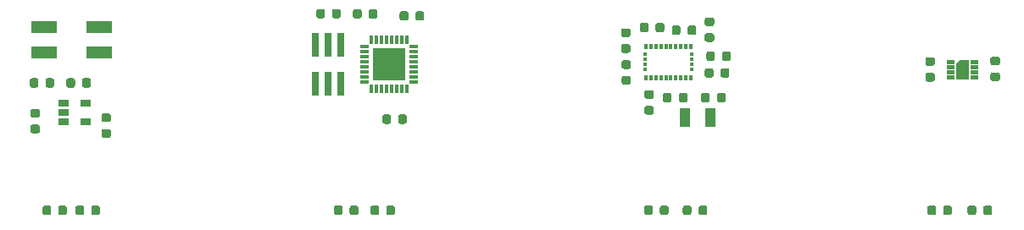
<source format=gts>
G04 #@! TF.GenerationSoftware,KiCad,Pcbnew,(5.99.0-2415-gbbdd3fce7)*
G04 #@! TF.CreationDate,2020-08-31T16:00:49-07:00*
G04 #@! TF.ProjectId,VineHoop_Islands,56696e65-486f-46f7-905f-49736c616e64,rev?*
G04 #@! TF.SameCoordinates,Original*
G04 #@! TF.FileFunction,Soldermask,Top*
G04 #@! TF.FilePolarity,Negative*
%FSLAX46Y46*%
G04 Gerber Fmt 4.6, Leading zero omitted, Abs format (unit mm)*
G04 Created by KiCad (PCBNEW (5.99.0-2415-gbbdd3fce7)) date 2020-08-31 16:00:49*
%MOMM*%
%LPD*%
G01*
G04 APERTURE LIST*
%ADD10C,0.010000*%
%ADD11R,0.812800X0.304800*%
%ADD12R,0.304800X0.812800*%
%ADD13R,3.251200X3.251200*%
%ADD14R,0.300000X0.525000*%
%ADD15R,0.425000X0.300000*%
%ADD16R,1.060000X0.650000*%
%ADD17R,2.540000X1.270000*%
%ADD18R,0.760000X2.400000*%
%ADD19R,1.100000X1.900000*%
G04 APERTURE END LIST*
G36*
X218077617Y-58400069D02*
G01*
X218080226Y-58400274D01*
X218082822Y-58400616D01*
X218085396Y-58401093D01*
X218087941Y-58401704D01*
X218090451Y-58402447D01*
X218092918Y-58403321D01*
X218095337Y-58404323D01*
X218097700Y-58405450D01*
X218100000Y-58406699D01*
X218102232Y-58408066D01*
X218104389Y-58409549D01*
X218106466Y-58411143D01*
X218108457Y-58412843D01*
X218110355Y-58414645D01*
X218112157Y-58416543D01*
X218113857Y-58418534D01*
X218115451Y-58420611D01*
X218116934Y-58422768D01*
X218118301Y-58425000D01*
X218119550Y-58427300D01*
X218120677Y-58429663D01*
X218121679Y-58432082D01*
X218122553Y-58434549D01*
X218123296Y-58437059D01*
X218123907Y-58439604D01*
X218124384Y-58442178D01*
X218124726Y-58444774D01*
X218124931Y-58447383D01*
X218125000Y-58450000D01*
X218125000Y-58700000D01*
X218124931Y-58702617D01*
X218124726Y-58705226D01*
X218124384Y-58707822D01*
X218123907Y-58710396D01*
X218123296Y-58712941D01*
X218122553Y-58715451D01*
X218121679Y-58717918D01*
X218120677Y-58720337D01*
X218119550Y-58722700D01*
X218118301Y-58725000D01*
X218116934Y-58727232D01*
X218115451Y-58729389D01*
X218113857Y-58731466D01*
X218112157Y-58733457D01*
X218110355Y-58735355D01*
X218108457Y-58737157D01*
X218106466Y-58738857D01*
X218104389Y-58740451D01*
X218102232Y-58741934D01*
X218100000Y-58743301D01*
X218097700Y-58744550D01*
X218095337Y-58745677D01*
X218092918Y-58746679D01*
X218090451Y-58747553D01*
X218087941Y-58748296D01*
X218085396Y-58748907D01*
X218082822Y-58749384D01*
X218080226Y-58749726D01*
X218077617Y-58749931D01*
X218075000Y-58750000D01*
X217525000Y-58750000D01*
X217522383Y-58749931D01*
X217519774Y-58749726D01*
X217517178Y-58749384D01*
X217514604Y-58748907D01*
X217512059Y-58748296D01*
X217509549Y-58747553D01*
X217507082Y-58746679D01*
X217504663Y-58745677D01*
X217502300Y-58744550D01*
X217500000Y-58743301D01*
X217497768Y-58741934D01*
X217495611Y-58740451D01*
X217493534Y-58738857D01*
X217491543Y-58737157D01*
X217489645Y-58735355D01*
X217487843Y-58733457D01*
X217486143Y-58731466D01*
X217484549Y-58729389D01*
X217483066Y-58727232D01*
X217481699Y-58725000D01*
X217480450Y-58722700D01*
X217479323Y-58720337D01*
X217478321Y-58717918D01*
X217477447Y-58715451D01*
X217476704Y-58712941D01*
X217476093Y-58710396D01*
X217475616Y-58707822D01*
X217475274Y-58705226D01*
X217475069Y-58702617D01*
X217475000Y-58700000D01*
X217475000Y-58450000D01*
X217475069Y-58447383D01*
X217475274Y-58444774D01*
X217475616Y-58442178D01*
X217476093Y-58439604D01*
X217476704Y-58437059D01*
X217477447Y-58434549D01*
X217478321Y-58432082D01*
X217479323Y-58429663D01*
X217480450Y-58427300D01*
X217481699Y-58425000D01*
X217483066Y-58422768D01*
X217484549Y-58420611D01*
X217486143Y-58418534D01*
X217487843Y-58416543D01*
X217489645Y-58414645D01*
X217491543Y-58412843D01*
X217493534Y-58411143D01*
X217495611Y-58409549D01*
X217497768Y-58408066D01*
X217500000Y-58406699D01*
X217502300Y-58405450D01*
X217504663Y-58404323D01*
X217507082Y-58403321D01*
X217509549Y-58402447D01*
X217512059Y-58401704D01*
X217514604Y-58401093D01*
X217517178Y-58400616D01*
X217519774Y-58400274D01*
X217522383Y-58400069D01*
X217525000Y-58400000D01*
X218075000Y-58400000D01*
X218077617Y-58400069D01*
G37*
D10*
X218077617Y-58400069D02*
X218080226Y-58400274D01*
X218082822Y-58400616D01*
X218085396Y-58401093D01*
X218087941Y-58401704D01*
X218090451Y-58402447D01*
X218092918Y-58403321D01*
X218095337Y-58404323D01*
X218097700Y-58405450D01*
X218100000Y-58406699D01*
X218102232Y-58408066D01*
X218104389Y-58409549D01*
X218106466Y-58411143D01*
X218108457Y-58412843D01*
X218110355Y-58414645D01*
X218112157Y-58416543D01*
X218113857Y-58418534D01*
X218115451Y-58420611D01*
X218116934Y-58422768D01*
X218118301Y-58425000D01*
X218119550Y-58427300D01*
X218120677Y-58429663D01*
X218121679Y-58432082D01*
X218122553Y-58434549D01*
X218123296Y-58437059D01*
X218123907Y-58439604D01*
X218124384Y-58442178D01*
X218124726Y-58444774D01*
X218124931Y-58447383D01*
X218125000Y-58450000D01*
X218125000Y-58700000D01*
X218124931Y-58702617D01*
X218124726Y-58705226D01*
X218124384Y-58707822D01*
X218123907Y-58710396D01*
X218123296Y-58712941D01*
X218122553Y-58715451D01*
X218121679Y-58717918D01*
X218120677Y-58720337D01*
X218119550Y-58722700D01*
X218118301Y-58725000D01*
X218116934Y-58727232D01*
X218115451Y-58729389D01*
X218113857Y-58731466D01*
X218112157Y-58733457D01*
X218110355Y-58735355D01*
X218108457Y-58737157D01*
X218106466Y-58738857D01*
X218104389Y-58740451D01*
X218102232Y-58741934D01*
X218100000Y-58743301D01*
X218097700Y-58744550D01*
X218095337Y-58745677D01*
X218092918Y-58746679D01*
X218090451Y-58747553D01*
X218087941Y-58748296D01*
X218085396Y-58748907D01*
X218082822Y-58749384D01*
X218080226Y-58749726D01*
X218077617Y-58749931D01*
X218075000Y-58750000D01*
X217525000Y-58750000D01*
X217522383Y-58749931D01*
X217519774Y-58749726D01*
X217517178Y-58749384D01*
X217514604Y-58748907D01*
X217512059Y-58748296D01*
X217509549Y-58747553D01*
X217507082Y-58746679D01*
X217504663Y-58745677D01*
X217502300Y-58744550D01*
X217500000Y-58743301D01*
X217497768Y-58741934D01*
X217495611Y-58740451D01*
X217493534Y-58738857D01*
X217491543Y-58737157D01*
X217489645Y-58735355D01*
X217487843Y-58733457D01*
X217486143Y-58731466D01*
X217484549Y-58729389D01*
X217483066Y-58727232D01*
X217481699Y-58725000D01*
X217480450Y-58722700D01*
X217479323Y-58720337D01*
X217478321Y-58717918D01*
X217477447Y-58715451D01*
X217476704Y-58712941D01*
X217476093Y-58710396D01*
X217475616Y-58707822D01*
X217475274Y-58705226D01*
X217475069Y-58702617D01*
X217475000Y-58700000D01*
X217475000Y-58450000D01*
X217475069Y-58447383D01*
X217475274Y-58444774D01*
X217475616Y-58442178D01*
X217476093Y-58439604D01*
X217476704Y-58437059D01*
X217477447Y-58434549D01*
X217478321Y-58432082D01*
X217479323Y-58429663D01*
X217480450Y-58427300D01*
X217481699Y-58425000D01*
X217483066Y-58422768D01*
X217484549Y-58420611D01*
X217486143Y-58418534D01*
X217487843Y-58416543D01*
X217489645Y-58414645D01*
X217491543Y-58412843D01*
X217493534Y-58411143D01*
X217495611Y-58409549D01*
X217497768Y-58408066D01*
X217500000Y-58406699D01*
X217502300Y-58405450D01*
X217504663Y-58404323D01*
X217507082Y-58403321D01*
X217509549Y-58402447D01*
X217512059Y-58401704D01*
X217514604Y-58401093D01*
X217517178Y-58400616D01*
X217519774Y-58400274D01*
X217522383Y-58400069D01*
X217525000Y-58400000D01*
X218075000Y-58400000D01*
X218077617Y-58400069D01*
G36*
X220427617Y-57400069D02*
G01*
X220430226Y-57400274D01*
X220432822Y-57400616D01*
X220435396Y-57401093D01*
X220437941Y-57401704D01*
X220440451Y-57402447D01*
X220442918Y-57403321D01*
X220445337Y-57404323D01*
X220447700Y-57405450D01*
X220450000Y-57406699D01*
X220452232Y-57408066D01*
X220454389Y-57409549D01*
X220456466Y-57411143D01*
X220458457Y-57412843D01*
X220460355Y-57414645D01*
X220462157Y-57416543D01*
X220463857Y-57418534D01*
X220465451Y-57420611D01*
X220466934Y-57422768D01*
X220468301Y-57425000D01*
X220469550Y-57427300D01*
X220470677Y-57429663D01*
X220471679Y-57432082D01*
X220472553Y-57434549D01*
X220473296Y-57437059D01*
X220473907Y-57439604D01*
X220474384Y-57442178D01*
X220474726Y-57444774D01*
X220474931Y-57447383D01*
X220475000Y-57450000D01*
X220475000Y-57700000D01*
X220474931Y-57702617D01*
X220474726Y-57705226D01*
X220474384Y-57707822D01*
X220473907Y-57710396D01*
X220473296Y-57712941D01*
X220472553Y-57715451D01*
X220471679Y-57717918D01*
X220470677Y-57720337D01*
X220469550Y-57722700D01*
X220468301Y-57725000D01*
X220466934Y-57727232D01*
X220465451Y-57729389D01*
X220463857Y-57731466D01*
X220462157Y-57733457D01*
X220460355Y-57735355D01*
X220458457Y-57737157D01*
X220456466Y-57738857D01*
X220454389Y-57740451D01*
X220452232Y-57741934D01*
X220450000Y-57743301D01*
X220447700Y-57744550D01*
X220445337Y-57745677D01*
X220442918Y-57746679D01*
X220440451Y-57747553D01*
X220437941Y-57748296D01*
X220435396Y-57748907D01*
X220432822Y-57749384D01*
X220430226Y-57749726D01*
X220427617Y-57749931D01*
X220425000Y-57750000D01*
X219875000Y-57750000D01*
X219872383Y-57749931D01*
X219869774Y-57749726D01*
X219867178Y-57749384D01*
X219864604Y-57748907D01*
X219862059Y-57748296D01*
X219859549Y-57747553D01*
X219857082Y-57746679D01*
X219854663Y-57745677D01*
X219852300Y-57744550D01*
X219850000Y-57743301D01*
X219847768Y-57741934D01*
X219845611Y-57740451D01*
X219843534Y-57738857D01*
X219841543Y-57737157D01*
X219839645Y-57735355D01*
X219837843Y-57733457D01*
X219836143Y-57731466D01*
X219834549Y-57729389D01*
X219833066Y-57727232D01*
X219831699Y-57725000D01*
X219830450Y-57722700D01*
X219829323Y-57720337D01*
X219828321Y-57717918D01*
X219827447Y-57715451D01*
X219826704Y-57712941D01*
X219826093Y-57710396D01*
X219825616Y-57707822D01*
X219825274Y-57705226D01*
X219825069Y-57702617D01*
X219825000Y-57700000D01*
X219825000Y-57450000D01*
X219825069Y-57447383D01*
X219825274Y-57444774D01*
X219825616Y-57442178D01*
X219826093Y-57439604D01*
X219826704Y-57437059D01*
X219827447Y-57434549D01*
X219828321Y-57432082D01*
X219829323Y-57429663D01*
X219830450Y-57427300D01*
X219831699Y-57425000D01*
X219833066Y-57422768D01*
X219834549Y-57420611D01*
X219836143Y-57418534D01*
X219837843Y-57416543D01*
X219839645Y-57414645D01*
X219841543Y-57412843D01*
X219843534Y-57411143D01*
X219845611Y-57409549D01*
X219847768Y-57408066D01*
X219850000Y-57406699D01*
X219852300Y-57405450D01*
X219854663Y-57404323D01*
X219857082Y-57403321D01*
X219859549Y-57402447D01*
X219862059Y-57401704D01*
X219864604Y-57401093D01*
X219867178Y-57400616D01*
X219869774Y-57400274D01*
X219872383Y-57400069D01*
X219875000Y-57400000D01*
X220425000Y-57400000D01*
X220427617Y-57400069D01*
G37*
X220427617Y-57400069D02*
X220430226Y-57400274D01*
X220432822Y-57400616D01*
X220435396Y-57401093D01*
X220437941Y-57401704D01*
X220440451Y-57402447D01*
X220442918Y-57403321D01*
X220445337Y-57404323D01*
X220447700Y-57405450D01*
X220450000Y-57406699D01*
X220452232Y-57408066D01*
X220454389Y-57409549D01*
X220456466Y-57411143D01*
X220458457Y-57412843D01*
X220460355Y-57414645D01*
X220462157Y-57416543D01*
X220463857Y-57418534D01*
X220465451Y-57420611D01*
X220466934Y-57422768D01*
X220468301Y-57425000D01*
X220469550Y-57427300D01*
X220470677Y-57429663D01*
X220471679Y-57432082D01*
X220472553Y-57434549D01*
X220473296Y-57437059D01*
X220473907Y-57439604D01*
X220474384Y-57442178D01*
X220474726Y-57444774D01*
X220474931Y-57447383D01*
X220475000Y-57450000D01*
X220475000Y-57700000D01*
X220474931Y-57702617D01*
X220474726Y-57705226D01*
X220474384Y-57707822D01*
X220473907Y-57710396D01*
X220473296Y-57712941D01*
X220472553Y-57715451D01*
X220471679Y-57717918D01*
X220470677Y-57720337D01*
X220469550Y-57722700D01*
X220468301Y-57725000D01*
X220466934Y-57727232D01*
X220465451Y-57729389D01*
X220463857Y-57731466D01*
X220462157Y-57733457D01*
X220460355Y-57735355D01*
X220458457Y-57737157D01*
X220456466Y-57738857D01*
X220454389Y-57740451D01*
X220452232Y-57741934D01*
X220450000Y-57743301D01*
X220447700Y-57744550D01*
X220445337Y-57745677D01*
X220442918Y-57746679D01*
X220440451Y-57747553D01*
X220437941Y-57748296D01*
X220435396Y-57748907D01*
X220432822Y-57749384D01*
X220430226Y-57749726D01*
X220427617Y-57749931D01*
X220425000Y-57750000D01*
X219875000Y-57750000D01*
X219872383Y-57749931D01*
X219869774Y-57749726D01*
X219867178Y-57749384D01*
X219864604Y-57748907D01*
X219862059Y-57748296D01*
X219859549Y-57747553D01*
X219857082Y-57746679D01*
X219854663Y-57745677D01*
X219852300Y-57744550D01*
X219850000Y-57743301D01*
X219847768Y-57741934D01*
X219845611Y-57740451D01*
X219843534Y-57738857D01*
X219841543Y-57737157D01*
X219839645Y-57735355D01*
X219837843Y-57733457D01*
X219836143Y-57731466D01*
X219834549Y-57729389D01*
X219833066Y-57727232D01*
X219831699Y-57725000D01*
X219830450Y-57722700D01*
X219829323Y-57720337D01*
X219828321Y-57717918D01*
X219827447Y-57715451D01*
X219826704Y-57712941D01*
X219826093Y-57710396D01*
X219825616Y-57707822D01*
X219825274Y-57705226D01*
X219825069Y-57702617D01*
X219825000Y-57700000D01*
X219825000Y-57450000D01*
X219825069Y-57447383D01*
X219825274Y-57444774D01*
X219825616Y-57442178D01*
X219826093Y-57439604D01*
X219826704Y-57437059D01*
X219827447Y-57434549D01*
X219828321Y-57432082D01*
X219829323Y-57429663D01*
X219830450Y-57427300D01*
X219831699Y-57425000D01*
X219833066Y-57422768D01*
X219834549Y-57420611D01*
X219836143Y-57418534D01*
X219837843Y-57416543D01*
X219839645Y-57414645D01*
X219841543Y-57412843D01*
X219843534Y-57411143D01*
X219845611Y-57409549D01*
X219847768Y-57408066D01*
X219850000Y-57406699D01*
X219852300Y-57405450D01*
X219854663Y-57404323D01*
X219857082Y-57403321D01*
X219859549Y-57402447D01*
X219862059Y-57401704D01*
X219864604Y-57401093D01*
X219867178Y-57400616D01*
X219869774Y-57400274D01*
X219872383Y-57400069D01*
X219875000Y-57400000D01*
X220425000Y-57400000D01*
X220427617Y-57400069D01*
G36*
X218030234Y-56900137D02*
G01*
X218035453Y-56900548D01*
X218040643Y-56901231D01*
X218045791Y-56902185D01*
X218050882Y-56903407D01*
X218055902Y-56904894D01*
X218060837Y-56906642D01*
X218065674Y-56908645D01*
X218070399Y-56910899D01*
X218075000Y-56913397D01*
X218079464Y-56916133D01*
X218083779Y-56919098D01*
X218087932Y-56922285D01*
X218091913Y-56925686D01*
X218095711Y-56929289D01*
X218099314Y-56933087D01*
X218102715Y-56937068D01*
X218105902Y-56941221D01*
X218108867Y-56945536D01*
X218111603Y-56950000D01*
X218114101Y-56954601D01*
X218116355Y-56959326D01*
X218118358Y-56964163D01*
X218120106Y-56969098D01*
X218121593Y-56974118D01*
X218122815Y-56979209D01*
X218123769Y-56984357D01*
X218124452Y-56989547D01*
X218124863Y-56994766D01*
X218125000Y-57000000D01*
X218125000Y-57150000D01*
X218124863Y-57155234D01*
X218124452Y-57160453D01*
X218123769Y-57165643D01*
X218122815Y-57170791D01*
X218121593Y-57175882D01*
X218120106Y-57180902D01*
X218118358Y-57185837D01*
X218116355Y-57190674D01*
X218114101Y-57195399D01*
X218111603Y-57200000D01*
X218108867Y-57204464D01*
X218105902Y-57208779D01*
X218102715Y-57212932D01*
X218099314Y-57216913D01*
X218095711Y-57220711D01*
X218091913Y-57224314D01*
X218087932Y-57227715D01*
X218083779Y-57230902D01*
X218079464Y-57233867D01*
X218075000Y-57236603D01*
X218070399Y-57239101D01*
X218065674Y-57241355D01*
X218060837Y-57243358D01*
X218055902Y-57245106D01*
X218050882Y-57246593D01*
X218045791Y-57247815D01*
X218040643Y-57248769D01*
X218035453Y-57249452D01*
X218030234Y-57249863D01*
X218025000Y-57250000D01*
X217575000Y-57250000D01*
X217569766Y-57249863D01*
X217564547Y-57249452D01*
X217559357Y-57248769D01*
X217554209Y-57247815D01*
X217549118Y-57246593D01*
X217544098Y-57245106D01*
X217539163Y-57243358D01*
X217534326Y-57241355D01*
X217529601Y-57239101D01*
X217525000Y-57236603D01*
X217520536Y-57233867D01*
X217516221Y-57230902D01*
X217512068Y-57227715D01*
X217508087Y-57224314D01*
X217504289Y-57220711D01*
X217500686Y-57216913D01*
X217497285Y-57212932D01*
X217494098Y-57208779D01*
X217491133Y-57204464D01*
X217488397Y-57200000D01*
X217485899Y-57195399D01*
X217483645Y-57190674D01*
X217481642Y-57185837D01*
X217479894Y-57180902D01*
X217478407Y-57175882D01*
X217477185Y-57170791D01*
X217476231Y-57165643D01*
X217475548Y-57160453D01*
X217475137Y-57155234D01*
X217475000Y-57150000D01*
X217475000Y-57000000D01*
X217475137Y-56994766D01*
X217475548Y-56989547D01*
X217476231Y-56984357D01*
X217477185Y-56979209D01*
X217478407Y-56974118D01*
X217479894Y-56969098D01*
X217481642Y-56964163D01*
X217483645Y-56959326D01*
X217485899Y-56954601D01*
X217488397Y-56950000D01*
X217491133Y-56945536D01*
X217494098Y-56941221D01*
X217497285Y-56937068D01*
X217500686Y-56933087D01*
X217504289Y-56929289D01*
X217508087Y-56925686D01*
X217512068Y-56922285D01*
X217516221Y-56919098D01*
X217520536Y-56916133D01*
X217525000Y-56913397D01*
X217529601Y-56910899D01*
X217534326Y-56908645D01*
X217539163Y-56906642D01*
X217544098Y-56904894D01*
X217549118Y-56903407D01*
X217554209Y-56902185D01*
X217559357Y-56901231D01*
X217564547Y-56900548D01*
X217569766Y-56900137D01*
X217575000Y-56900000D01*
X218025000Y-56900000D01*
X218030234Y-56900137D01*
G37*
X218030234Y-56900137D02*
X218035453Y-56900548D01*
X218040643Y-56901231D01*
X218045791Y-56902185D01*
X218050882Y-56903407D01*
X218055902Y-56904894D01*
X218060837Y-56906642D01*
X218065674Y-56908645D01*
X218070399Y-56910899D01*
X218075000Y-56913397D01*
X218079464Y-56916133D01*
X218083779Y-56919098D01*
X218087932Y-56922285D01*
X218091913Y-56925686D01*
X218095711Y-56929289D01*
X218099314Y-56933087D01*
X218102715Y-56937068D01*
X218105902Y-56941221D01*
X218108867Y-56945536D01*
X218111603Y-56950000D01*
X218114101Y-56954601D01*
X218116355Y-56959326D01*
X218118358Y-56964163D01*
X218120106Y-56969098D01*
X218121593Y-56974118D01*
X218122815Y-56979209D01*
X218123769Y-56984357D01*
X218124452Y-56989547D01*
X218124863Y-56994766D01*
X218125000Y-57000000D01*
X218125000Y-57150000D01*
X218124863Y-57155234D01*
X218124452Y-57160453D01*
X218123769Y-57165643D01*
X218122815Y-57170791D01*
X218121593Y-57175882D01*
X218120106Y-57180902D01*
X218118358Y-57185837D01*
X218116355Y-57190674D01*
X218114101Y-57195399D01*
X218111603Y-57200000D01*
X218108867Y-57204464D01*
X218105902Y-57208779D01*
X218102715Y-57212932D01*
X218099314Y-57216913D01*
X218095711Y-57220711D01*
X218091913Y-57224314D01*
X218087932Y-57227715D01*
X218083779Y-57230902D01*
X218079464Y-57233867D01*
X218075000Y-57236603D01*
X218070399Y-57239101D01*
X218065674Y-57241355D01*
X218060837Y-57243358D01*
X218055902Y-57245106D01*
X218050882Y-57246593D01*
X218045791Y-57247815D01*
X218040643Y-57248769D01*
X218035453Y-57249452D01*
X218030234Y-57249863D01*
X218025000Y-57250000D01*
X217575000Y-57250000D01*
X217569766Y-57249863D01*
X217564547Y-57249452D01*
X217559357Y-57248769D01*
X217554209Y-57247815D01*
X217549118Y-57246593D01*
X217544098Y-57245106D01*
X217539163Y-57243358D01*
X217534326Y-57241355D01*
X217529601Y-57239101D01*
X217525000Y-57236603D01*
X217520536Y-57233867D01*
X217516221Y-57230902D01*
X217512068Y-57227715D01*
X217508087Y-57224314D01*
X217504289Y-57220711D01*
X217500686Y-57216913D01*
X217497285Y-57212932D01*
X217494098Y-57208779D01*
X217491133Y-57204464D01*
X217488397Y-57200000D01*
X217485899Y-57195399D01*
X217483645Y-57190674D01*
X217481642Y-57185837D01*
X217479894Y-57180902D01*
X217478407Y-57175882D01*
X217477185Y-57170791D01*
X217476231Y-57165643D01*
X217475548Y-57160453D01*
X217475137Y-57155234D01*
X217475000Y-57150000D01*
X217475000Y-57000000D01*
X217475137Y-56994766D01*
X217475548Y-56989547D01*
X217476231Y-56984357D01*
X217477185Y-56979209D01*
X217478407Y-56974118D01*
X217479894Y-56969098D01*
X217481642Y-56964163D01*
X217483645Y-56959326D01*
X217485899Y-56954601D01*
X217488397Y-56950000D01*
X217491133Y-56945536D01*
X217494098Y-56941221D01*
X217497285Y-56937068D01*
X217500686Y-56933087D01*
X217504289Y-56929289D01*
X217508087Y-56925686D01*
X217512068Y-56922285D01*
X217516221Y-56919098D01*
X217520536Y-56916133D01*
X217525000Y-56913397D01*
X217529601Y-56910899D01*
X217534326Y-56908645D01*
X217539163Y-56906642D01*
X217544098Y-56904894D01*
X217549118Y-56903407D01*
X217554209Y-56902185D01*
X217559357Y-56901231D01*
X217564547Y-56900548D01*
X217569766Y-56900137D01*
X217575000Y-56900000D01*
X218025000Y-56900000D01*
X218030234Y-56900137D01*
G36*
X220427617Y-58400069D02*
G01*
X220430226Y-58400274D01*
X220432822Y-58400616D01*
X220435396Y-58401093D01*
X220437941Y-58401704D01*
X220440451Y-58402447D01*
X220442918Y-58403321D01*
X220445337Y-58404323D01*
X220447700Y-58405450D01*
X220450000Y-58406699D01*
X220452232Y-58408066D01*
X220454389Y-58409549D01*
X220456466Y-58411143D01*
X220458457Y-58412843D01*
X220460355Y-58414645D01*
X220462157Y-58416543D01*
X220463857Y-58418534D01*
X220465451Y-58420611D01*
X220466934Y-58422768D01*
X220468301Y-58425000D01*
X220469550Y-58427300D01*
X220470677Y-58429663D01*
X220471679Y-58432082D01*
X220472553Y-58434549D01*
X220473296Y-58437059D01*
X220473907Y-58439604D01*
X220474384Y-58442178D01*
X220474726Y-58444774D01*
X220474931Y-58447383D01*
X220475000Y-58450000D01*
X220475000Y-58700000D01*
X220474931Y-58702617D01*
X220474726Y-58705226D01*
X220474384Y-58707822D01*
X220473907Y-58710396D01*
X220473296Y-58712941D01*
X220472553Y-58715451D01*
X220471679Y-58717918D01*
X220470677Y-58720337D01*
X220469550Y-58722700D01*
X220468301Y-58725000D01*
X220466934Y-58727232D01*
X220465451Y-58729389D01*
X220463857Y-58731466D01*
X220462157Y-58733457D01*
X220460355Y-58735355D01*
X220458457Y-58737157D01*
X220456466Y-58738857D01*
X220454389Y-58740451D01*
X220452232Y-58741934D01*
X220450000Y-58743301D01*
X220447700Y-58744550D01*
X220445337Y-58745677D01*
X220442918Y-58746679D01*
X220440451Y-58747553D01*
X220437941Y-58748296D01*
X220435396Y-58748907D01*
X220432822Y-58749384D01*
X220430226Y-58749726D01*
X220427617Y-58749931D01*
X220425000Y-58750000D01*
X219875000Y-58750000D01*
X219872383Y-58749931D01*
X219869774Y-58749726D01*
X219867178Y-58749384D01*
X219864604Y-58748907D01*
X219862059Y-58748296D01*
X219859549Y-58747553D01*
X219857082Y-58746679D01*
X219854663Y-58745677D01*
X219852300Y-58744550D01*
X219850000Y-58743301D01*
X219847768Y-58741934D01*
X219845611Y-58740451D01*
X219843534Y-58738857D01*
X219841543Y-58737157D01*
X219839645Y-58735355D01*
X219837843Y-58733457D01*
X219836143Y-58731466D01*
X219834549Y-58729389D01*
X219833066Y-58727232D01*
X219831699Y-58725000D01*
X219830450Y-58722700D01*
X219829323Y-58720337D01*
X219828321Y-58717918D01*
X219827447Y-58715451D01*
X219826704Y-58712941D01*
X219826093Y-58710396D01*
X219825616Y-58707822D01*
X219825274Y-58705226D01*
X219825069Y-58702617D01*
X219825000Y-58700000D01*
X219825000Y-58450000D01*
X219825069Y-58447383D01*
X219825274Y-58444774D01*
X219825616Y-58442178D01*
X219826093Y-58439604D01*
X219826704Y-58437059D01*
X219827447Y-58434549D01*
X219828321Y-58432082D01*
X219829323Y-58429663D01*
X219830450Y-58427300D01*
X219831699Y-58425000D01*
X219833066Y-58422768D01*
X219834549Y-58420611D01*
X219836143Y-58418534D01*
X219837843Y-58416543D01*
X219839645Y-58414645D01*
X219841543Y-58412843D01*
X219843534Y-58411143D01*
X219845611Y-58409549D01*
X219847768Y-58408066D01*
X219850000Y-58406699D01*
X219852300Y-58405450D01*
X219854663Y-58404323D01*
X219857082Y-58403321D01*
X219859549Y-58402447D01*
X219862059Y-58401704D01*
X219864604Y-58401093D01*
X219867178Y-58400616D01*
X219869774Y-58400274D01*
X219872383Y-58400069D01*
X219875000Y-58400000D01*
X220425000Y-58400000D01*
X220427617Y-58400069D01*
G37*
X220427617Y-58400069D02*
X220430226Y-58400274D01*
X220432822Y-58400616D01*
X220435396Y-58401093D01*
X220437941Y-58401704D01*
X220440451Y-58402447D01*
X220442918Y-58403321D01*
X220445337Y-58404323D01*
X220447700Y-58405450D01*
X220450000Y-58406699D01*
X220452232Y-58408066D01*
X220454389Y-58409549D01*
X220456466Y-58411143D01*
X220458457Y-58412843D01*
X220460355Y-58414645D01*
X220462157Y-58416543D01*
X220463857Y-58418534D01*
X220465451Y-58420611D01*
X220466934Y-58422768D01*
X220468301Y-58425000D01*
X220469550Y-58427300D01*
X220470677Y-58429663D01*
X220471679Y-58432082D01*
X220472553Y-58434549D01*
X220473296Y-58437059D01*
X220473907Y-58439604D01*
X220474384Y-58442178D01*
X220474726Y-58444774D01*
X220474931Y-58447383D01*
X220475000Y-58450000D01*
X220475000Y-58700000D01*
X220474931Y-58702617D01*
X220474726Y-58705226D01*
X220474384Y-58707822D01*
X220473907Y-58710396D01*
X220473296Y-58712941D01*
X220472553Y-58715451D01*
X220471679Y-58717918D01*
X220470677Y-58720337D01*
X220469550Y-58722700D01*
X220468301Y-58725000D01*
X220466934Y-58727232D01*
X220465451Y-58729389D01*
X220463857Y-58731466D01*
X220462157Y-58733457D01*
X220460355Y-58735355D01*
X220458457Y-58737157D01*
X220456466Y-58738857D01*
X220454389Y-58740451D01*
X220452232Y-58741934D01*
X220450000Y-58743301D01*
X220447700Y-58744550D01*
X220445337Y-58745677D01*
X220442918Y-58746679D01*
X220440451Y-58747553D01*
X220437941Y-58748296D01*
X220435396Y-58748907D01*
X220432822Y-58749384D01*
X220430226Y-58749726D01*
X220427617Y-58749931D01*
X220425000Y-58750000D01*
X219875000Y-58750000D01*
X219872383Y-58749931D01*
X219869774Y-58749726D01*
X219867178Y-58749384D01*
X219864604Y-58748907D01*
X219862059Y-58748296D01*
X219859549Y-58747553D01*
X219857082Y-58746679D01*
X219854663Y-58745677D01*
X219852300Y-58744550D01*
X219850000Y-58743301D01*
X219847768Y-58741934D01*
X219845611Y-58740451D01*
X219843534Y-58738857D01*
X219841543Y-58737157D01*
X219839645Y-58735355D01*
X219837843Y-58733457D01*
X219836143Y-58731466D01*
X219834549Y-58729389D01*
X219833066Y-58727232D01*
X219831699Y-58725000D01*
X219830450Y-58722700D01*
X219829323Y-58720337D01*
X219828321Y-58717918D01*
X219827447Y-58715451D01*
X219826704Y-58712941D01*
X219826093Y-58710396D01*
X219825616Y-58707822D01*
X219825274Y-58705226D01*
X219825069Y-58702617D01*
X219825000Y-58700000D01*
X219825000Y-58450000D01*
X219825069Y-58447383D01*
X219825274Y-58444774D01*
X219825616Y-58442178D01*
X219826093Y-58439604D01*
X219826704Y-58437059D01*
X219827447Y-58434549D01*
X219828321Y-58432082D01*
X219829323Y-58429663D01*
X219830450Y-58427300D01*
X219831699Y-58425000D01*
X219833066Y-58422768D01*
X219834549Y-58420611D01*
X219836143Y-58418534D01*
X219837843Y-58416543D01*
X219839645Y-58414645D01*
X219841543Y-58412843D01*
X219843534Y-58411143D01*
X219845611Y-58409549D01*
X219847768Y-58408066D01*
X219850000Y-58406699D01*
X219852300Y-58405450D01*
X219854663Y-58404323D01*
X219857082Y-58403321D01*
X219859549Y-58402447D01*
X219862059Y-58401704D01*
X219864604Y-58401093D01*
X219867178Y-58400616D01*
X219869774Y-58400274D01*
X219872383Y-58400069D01*
X219875000Y-58400000D01*
X220425000Y-58400000D01*
X220427617Y-58400069D01*
G36*
X218077617Y-57900069D02*
G01*
X218080226Y-57900274D01*
X218082822Y-57900616D01*
X218085396Y-57901093D01*
X218087941Y-57901704D01*
X218090451Y-57902447D01*
X218092918Y-57903321D01*
X218095337Y-57904323D01*
X218097700Y-57905450D01*
X218100000Y-57906699D01*
X218102232Y-57908066D01*
X218104389Y-57909549D01*
X218106466Y-57911143D01*
X218108457Y-57912843D01*
X218110355Y-57914645D01*
X218112157Y-57916543D01*
X218113857Y-57918534D01*
X218115451Y-57920611D01*
X218116934Y-57922768D01*
X218118301Y-57925000D01*
X218119550Y-57927300D01*
X218120677Y-57929663D01*
X218121679Y-57932082D01*
X218122553Y-57934549D01*
X218123296Y-57937059D01*
X218123907Y-57939604D01*
X218124384Y-57942178D01*
X218124726Y-57944774D01*
X218124931Y-57947383D01*
X218125000Y-57950000D01*
X218125000Y-58200000D01*
X218124931Y-58202617D01*
X218124726Y-58205226D01*
X218124384Y-58207822D01*
X218123907Y-58210396D01*
X218123296Y-58212941D01*
X218122553Y-58215451D01*
X218121679Y-58217918D01*
X218120677Y-58220337D01*
X218119550Y-58222700D01*
X218118301Y-58225000D01*
X218116934Y-58227232D01*
X218115451Y-58229389D01*
X218113857Y-58231466D01*
X218112157Y-58233457D01*
X218110355Y-58235355D01*
X218108457Y-58237157D01*
X218106466Y-58238857D01*
X218104389Y-58240451D01*
X218102232Y-58241934D01*
X218100000Y-58243301D01*
X218097700Y-58244550D01*
X218095337Y-58245677D01*
X218092918Y-58246679D01*
X218090451Y-58247553D01*
X218087941Y-58248296D01*
X218085396Y-58248907D01*
X218082822Y-58249384D01*
X218080226Y-58249726D01*
X218077617Y-58249931D01*
X218075000Y-58250000D01*
X217525000Y-58250000D01*
X217522383Y-58249931D01*
X217519774Y-58249726D01*
X217517178Y-58249384D01*
X217514604Y-58248907D01*
X217512059Y-58248296D01*
X217509549Y-58247553D01*
X217507082Y-58246679D01*
X217504663Y-58245677D01*
X217502300Y-58244550D01*
X217500000Y-58243301D01*
X217497768Y-58241934D01*
X217495611Y-58240451D01*
X217493534Y-58238857D01*
X217491543Y-58237157D01*
X217489645Y-58235355D01*
X217487843Y-58233457D01*
X217486143Y-58231466D01*
X217484549Y-58229389D01*
X217483066Y-58227232D01*
X217481699Y-58225000D01*
X217480450Y-58222700D01*
X217479323Y-58220337D01*
X217478321Y-58217918D01*
X217477447Y-58215451D01*
X217476704Y-58212941D01*
X217476093Y-58210396D01*
X217475616Y-58207822D01*
X217475274Y-58205226D01*
X217475069Y-58202617D01*
X217475000Y-58200000D01*
X217475000Y-57950000D01*
X217475069Y-57947383D01*
X217475274Y-57944774D01*
X217475616Y-57942178D01*
X217476093Y-57939604D01*
X217476704Y-57937059D01*
X217477447Y-57934549D01*
X217478321Y-57932082D01*
X217479323Y-57929663D01*
X217480450Y-57927300D01*
X217481699Y-57925000D01*
X217483066Y-57922768D01*
X217484549Y-57920611D01*
X217486143Y-57918534D01*
X217487843Y-57916543D01*
X217489645Y-57914645D01*
X217491543Y-57912843D01*
X217493534Y-57911143D01*
X217495611Y-57909549D01*
X217497768Y-57908066D01*
X217500000Y-57906699D01*
X217502300Y-57905450D01*
X217504663Y-57904323D01*
X217507082Y-57903321D01*
X217509549Y-57902447D01*
X217512059Y-57901704D01*
X217514604Y-57901093D01*
X217517178Y-57900616D01*
X217519774Y-57900274D01*
X217522383Y-57900069D01*
X217525000Y-57900000D01*
X218075000Y-57900000D01*
X218077617Y-57900069D01*
G37*
X218077617Y-57900069D02*
X218080226Y-57900274D01*
X218082822Y-57900616D01*
X218085396Y-57901093D01*
X218087941Y-57901704D01*
X218090451Y-57902447D01*
X218092918Y-57903321D01*
X218095337Y-57904323D01*
X218097700Y-57905450D01*
X218100000Y-57906699D01*
X218102232Y-57908066D01*
X218104389Y-57909549D01*
X218106466Y-57911143D01*
X218108457Y-57912843D01*
X218110355Y-57914645D01*
X218112157Y-57916543D01*
X218113857Y-57918534D01*
X218115451Y-57920611D01*
X218116934Y-57922768D01*
X218118301Y-57925000D01*
X218119550Y-57927300D01*
X218120677Y-57929663D01*
X218121679Y-57932082D01*
X218122553Y-57934549D01*
X218123296Y-57937059D01*
X218123907Y-57939604D01*
X218124384Y-57942178D01*
X218124726Y-57944774D01*
X218124931Y-57947383D01*
X218125000Y-57950000D01*
X218125000Y-58200000D01*
X218124931Y-58202617D01*
X218124726Y-58205226D01*
X218124384Y-58207822D01*
X218123907Y-58210396D01*
X218123296Y-58212941D01*
X218122553Y-58215451D01*
X218121679Y-58217918D01*
X218120677Y-58220337D01*
X218119550Y-58222700D01*
X218118301Y-58225000D01*
X218116934Y-58227232D01*
X218115451Y-58229389D01*
X218113857Y-58231466D01*
X218112157Y-58233457D01*
X218110355Y-58235355D01*
X218108457Y-58237157D01*
X218106466Y-58238857D01*
X218104389Y-58240451D01*
X218102232Y-58241934D01*
X218100000Y-58243301D01*
X218097700Y-58244550D01*
X218095337Y-58245677D01*
X218092918Y-58246679D01*
X218090451Y-58247553D01*
X218087941Y-58248296D01*
X218085396Y-58248907D01*
X218082822Y-58249384D01*
X218080226Y-58249726D01*
X218077617Y-58249931D01*
X218075000Y-58250000D01*
X217525000Y-58250000D01*
X217522383Y-58249931D01*
X217519774Y-58249726D01*
X217517178Y-58249384D01*
X217514604Y-58248907D01*
X217512059Y-58248296D01*
X217509549Y-58247553D01*
X217507082Y-58246679D01*
X217504663Y-58245677D01*
X217502300Y-58244550D01*
X217500000Y-58243301D01*
X217497768Y-58241934D01*
X217495611Y-58240451D01*
X217493534Y-58238857D01*
X217491543Y-58237157D01*
X217489645Y-58235355D01*
X217487843Y-58233457D01*
X217486143Y-58231466D01*
X217484549Y-58229389D01*
X217483066Y-58227232D01*
X217481699Y-58225000D01*
X217480450Y-58222700D01*
X217479323Y-58220337D01*
X217478321Y-58217918D01*
X217477447Y-58215451D01*
X217476704Y-58212941D01*
X217476093Y-58210396D01*
X217475616Y-58207822D01*
X217475274Y-58205226D01*
X217475069Y-58202617D01*
X217475000Y-58200000D01*
X217475000Y-57950000D01*
X217475069Y-57947383D01*
X217475274Y-57944774D01*
X217475616Y-57942178D01*
X217476093Y-57939604D01*
X217476704Y-57937059D01*
X217477447Y-57934549D01*
X217478321Y-57932082D01*
X217479323Y-57929663D01*
X217480450Y-57927300D01*
X217481699Y-57925000D01*
X217483066Y-57922768D01*
X217484549Y-57920611D01*
X217486143Y-57918534D01*
X217487843Y-57916543D01*
X217489645Y-57914645D01*
X217491543Y-57912843D01*
X217493534Y-57911143D01*
X217495611Y-57909549D01*
X217497768Y-57908066D01*
X217500000Y-57906699D01*
X217502300Y-57905450D01*
X217504663Y-57904323D01*
X217507082Y-57903321D01*
X217509549Y-57902447D01*
X217512059Y-57901704D01*
X217514604Y-57901093D01*
X217517178Y-57900616D01*
X217519774Y-57900274D01*
X217522383Y-57900069D01*
X217525000Y-57900000D01*
X218075000Y-57900000D01*
X218077617Y-57900069D01*
G36*
X220427617Y-56900069D02*
G01*
X220430226Y-56900274D01*
X220432822Y-56900616D01*
X220435396Y-56901093D01*
X220437941Y-56901704D01*
X220440451Y-56902447D01*
X220442918Y-56903321D01*
X220445337Y-56904323D01*
X220447700Y-56905450D01*
X220450000Y-56906699D01*
X220452232Y-56908066D01*
X220454389Y-56909549D01*
X220456466Y-56911143D01*
X220458457Y-56912843D01*
X220460355Y-56914645D01*
X220462157Y-56916543D01*
X220463857Y-56918534D01*
X220465451Y-56920611D01*
X220466934Y-56922768D01*
X220468301Y-56925000D01*
X220469550Y-56927300D01*
X220470677Y-56929663D01*
X220471679Y-56932082D01*
X220472553Y-56934549D01*
X220473296Y-56937059D01*
X220473907Y-56939604D01*
X220474384Y-56942178D01*
X220474726Y-56944774D01*
X220474931Y-56947383D01*
X220475000Y-56950000D01*
X220475000Y-57200000D01*
X220474931Y-57202617D01*
X220474726Y-57205226D01*
X220474384Y-57207822D01*
X220473907Y-57210396D01*
X220473296Y-57212941D01*
X220472553Y-57215451D01*
X220471679Y-57217918D01*
X220470677Y-57220337D01*
X220469550Y-57222700D01*
X220468301Y-57225000D01*
X220466934Y-57227232D01*
X220465451Y-57229389D01*
X220463857Y-57231466D01*
X220462157Y-57233457D01*
X220460355Y-57235355D01*
X220458457Y-57237157D01*
X220456466Y-57238857D01*
X220454389Y-57240451D01*
X220452232Y-57241934D01*
X220450000Y-57243301D01*
X220447700Y-57244550D01*
X220445337Y-57245677D01*
X220442918Y-57246679D01*
X220440451Y-57247553D01*
X220437941Y-57248296D01*
X220435396Y-57248907D01*
X220432822Y-57249384D01*
X220430226Y-57249726D01*
X220427617Y-57249931D01*
X220425000Y-57250000D01*
X219875000Y-57250000D01*
X219872383Y-57249931D01*
X219869774Y-57249726D01*
X219867178Y-57249384D01*
X219864604Y-57248907D01*
X219862059Y-57248296D01*
X219859549Y-57247553D01*
X219857082Y-57246679D01*
X219854663Y-57245677D01*
X219852300Y-57244550D01*
X219850000Y-57243301D01*
X219847768Y-57241934D01*
X219845611Y-57240451D01*
X219843534Y-57238857D01*
X219841543Y-57237157D01*
X219839645Y-57235355D01*
X219837843Y-57233457D01*
X219836143Y-57231466D01*
X219834549Y-57229389D01*
X219833066Y-57227232D01*
X219831699Y-57225000D01*
X219830450Y-57222700D01*
X219829323Y-57220337D01*
X219828321Y-57217918D01*
X219827447Y-57215451D01*
X219826704Y-57212941D01*
X219826093Y-57210396D01*
X219825616Y-57207822D01*
X219825274Y-57205226D01*
X219825069Y-57202617D01*
X219825000Y-57200000D01*
X219825000Y-56950000D01*
X219825069Y-56947383D01*
X219825274Y-56944774D01*
X219825616Y-56942178D01*
X219826093Y-56939604D01*
X219826704Y-56937059D01*
X219827447Y-56934549D01*
X219828321Y-56932082D01*
X219829323Y-56929663D01*
X219830450Y-56927300D01*
X219831699Y-56925000D01*
X219833066Y-56922768D01*
X219834549Y-56920611D01*
X219836143Y-56918534D01*
X219837843Y-56916543D01*
X219839645Y-56914645D01*
X219841543Y-56912843D01*
X219843534Y-56911143D01*
X219845611Y-56909549D01*
X219847768Y-56908066D01*
X219850000Y-56906699D01*
X219852300Y-56905450D01*
X219854663Y-56904323D01*
X219857082Y-56903321D01*
X219859549Y-56902447D01*
X219862059Y-56901704D01*
X219864604Y-56901093D01*
X219867178Y-56900616D01*
X219869774Y-56900274D01*
X219872383Y-56900069D01*
X219875000Y-56900000D01*
X220425000Y-56900000D01*
X220427617Y-56900069D01*
G37*
X220427617Y-56900069D02*
X220430226Y-56900274D01*
X220432822Y-56900616D01*
X220435396Y-56901093D01*
X220437941Y-56901704D01*
X220440451Y-56902447D01*
X220442918Y-56903321D01*
X220445337Y-56904323D01*
X220447700Y-56905450D01*
X220450000Y-56906699D01*
X220452232Y-56908066D01*
X220454389Y-56909549D01*
X220456466Y-56911143D01*
X220458457Y-56912843D01*
X220460355Y-56914645D01*
X220462157Y-56916543D01*
X220463857Y-56918534D01*
X220465451Y-56920611D01*
X220466934Y-56922768D01*
X220468301Y-56925000D01*
X220469550Y-56927300D01*
X220470677Y-56929663D01*
X220471679Y-56932082D01*
X220472553Y-56934549D01*
X220473296Y-56937059D01*
X220473907Y-56939604D01*
X220474384Y-56942178D01*
X220474726Y-56944774D01*
X220474931Y-56947383D01*
X220475000Y-56950000D01*
X220475000Y-57200000D01*
X220474931Y-57202617D01*
X220474726Y-57205226D01*
X220474384Y-57207822D01*
X220473907Y-57210396D01*
X220473296Y-57212941D01*
X220472553Y-57215451D01*
X220471679Y-57217918D01*
X220470677Y-57220337D01*
X220469550Y-57222700D01*
X220468301Y-57225000D01*
X220466934Y-57227232D01*
X220465451Y-57229389D01*
X220463857Y-57231466D01*
X220462157Y-57233457D01*
X220460355Y-57235355D01*
X220458457Y-57237157D01*
X220456466Y-57238857D01*
X220454389Y-57240451D01*
X220452232Y-57241934D01*
X220450000Y-57243301D01*
X220447700Y-57244550D01*
X220445337Y-57245677D01*
X220442918Y-57246679D01*
X220440451Y-57247553D01*
X220437941Y-57248296D01*
X220435396Y-57248907D01*
X220432822Y-57249384D01*
X220430226Y-57249726D01*
X220427617Y-57249931D01*
X220425000Y-57250000D01*
X219875000Y-57250000D01*
X219872383Y-57249931D01*
X219869774Y-57249726D01*
X219867178Y-57249384D01*
X219864604Y-57248907D01*
X219862059Y-57248296D01*
X219859549Y-57247553D01*
X219857082Y-57246679D01*
X219854663Y-57245677D01*
X219852300Y-57244550D01*
X219850000Y-57243301D01*
X219847768Y-57241934D01*
X219845611Y-57240451D01*
X219843534Y-57238857D01*
X219841543Y-57237157D01*
X219839645Y-57235355D01*
X219837843Y-57233457D01*
X219836143Y-57231466D01*
X219834549Y-57229389D01*
X219833066Y-57227232D01*
X219831699Y-57225000D01*
X219830450Y-57222700D01*
X219829323Y-57220337D01*
X219828321Y-57217918D01*
X219827447Y-57215451D01*
X219826704Y-57212941D01*
X219826093Y-57210396D01*
X219825616Y-57207822D01*
X219825274Y-57205226D01*
X219825069Y-57202617D01*
X219825000Y-57200000D01*
X219825000Y-56950000D01*
X219825069Y-56947383D01*
X219825274Y-56944774D01*
X219825616Y-56942178D01*
X219826093Y-56939604D01*
X219826704Y-56937059D01*
X219827447Y-56934549D01*
X219828321Y-56932082D01*
X219829323Y-56929663D01*
X219830450Y-56927300D01*
X219831699Y-56925000D01*
X219833066Y-56922768D01*
X219834549Y-56920611D01*
X219836143Y-56918534D01*
X219837843Y-56916543D01*
X219839645Y-56914645D01*
X219841543Y-56912843D01*
X219843534Y-56911143D01*
X219845611Y-56909549D01*
X219847768Y-56908066D01*
X219850000Y-56906699D01*
X219852300Y-56905450D01*
X219854663Y-56904323D01*
X219857082Y-56903321D01*
X219859549Y-56902447D01*
X219862059Y-56901704D01*
X219864604Y-56901093D01*
X219867178Y-56900616D01*
X219869774Y-56900274D01*
X219872383Y-56900069D01*
X219875000Y-56900000D01*
X220425000Y-56900000D01*
X220427617Y-56900069D01*
G36*
X220427617Y-57900069D02*
G01*
X220430226Y-57900274D01*
X220432822Y-57900616D01*
X220435396Y-57901093D01*
X220437941Y-57901704D01*
X220440451Y-57902447D01*
X220442918Y-57903321D01*
X220445337Y-57904323D01*
X220447700Y-57905450D01*
X220450000Y-57906699D01*
X220452232Y-57908066D01*
X220454389Y-57909549D01*
X220456466Y-57911143D01*
X220458457Y-57912843D01*
X220460355Y-57914645D01*
X220462157Y-57916543D01*
X220463857Y-57918534D01*
X220465451Y-57920611D01*
X220466934Y-57922768D01*
X220468301Y-57925000D01*
X220469550Y-57927300D01*
X220470677Y-57929663D01*
X220471679Y-57932082D01*
X220472553Y-57934549D01*
X220473296Y-57937059D01*
X220473907Y-57939604D01*
X220474384Y-57942178D01*
X220474726Y-57944774D01*
X220474931Y-57947383D01*
X220475000Y-57950000D01*
X220475000Y-58200000D01*
X220474931Y-58202617D01*
X220474726Y-58205226D01*
X220474384Y-58207822D01*
X220473907Y-58210396D01*
X220473296Y-58212941D01*
X220472553Y-58215451D01*
X220471679Y-58217918D01*
X220470677Y-58220337D01*
X220469550Y-58222700D01*
X220468301Y-58225000D01*
X220466934Y-58227232D01*
X220465451Y-58229389D01*
X220463857Y-58231466D01*
X220462157Y-58233457D01*
X220460355Y-58235355D01*
X220458457Y-58237157D01*
X220456466Y-58238857D01*
X220454389Y-58240451D01*
X220452232Y-58241934D01*
X220450000Y-58243301D01*
X220447700Y-58244550D01*
X220445337Y-58245677D01*
X220442918Y-58246679D01*
X220440451Y-58247553D01*
X220437941Y-58248296D01*
X220435396Y-58248907D01*
X220432822Y-58249384D01*
X220430226Y-58249726D01*
X220427617Y-58249931D01*
X220425000Y-58250000D01*
X219875000Y-58250000D01*
X219872383Y-58249931D01*
X219869774Y-58249726D01*
X219867178Y-58249384D01*
X219864604Y-58248907D01*
X219862059Y-58248296D01*
X219859549Y-58247553D01*
X219857082Y-58246679D01*
X219854663Y-58245677D01*
X219852300Y-58244550D01*
X219850000Y-58243301D01*
X219847768Y-58241934D01*
X219845611Y-58240451D01*
X219843534Y-58238857D01*
X219841543Y-58237157D01*
X219839645Y-58235355D01*
X219837843Y-58233457D01*
X219836143Y-58231466D01*
X219834549Y-58229389D01*
X219833066Y-58227232D01*
X219831699Y-58225000D01*
X219830450Y-58222700D01*
X219829323Y-58220337D01*
X219828321Y-58217918D01*
X219827447Y-58215451D01*
X219826704Y-58212941D01*
X219826093Y-58210396D01*
X219825616Y-58207822D01*
X219825274Y-58205226D01*
X219825069Y-58202617D01*
X219825000Y-58200000D01*
X219825000Y-57950000D01*
X219825069Y-57947383D01*
X219825274Y-57944774D01*
X219825616Y-57942178D01*
X219826093Y-57939604D01*
X219826704Y-57937059D01*
X219827447Y-57934549D01*
X219828321Y-57932082D01*
X219829323Y-57929663D01*
X219830450Y-57927300D01*
X219831699Y-57925000D01*
X219833066Y-57922768D01*
X219834549Y-57920611D01*
X219836143Y-57918534D01*
X219837843Y-57916543D01*
X219839645Y-57914645D01*
X219841543Y-57912843D01*
X219843534Y-57911143D01*
X219845611Y-57909549D01*
X219847768Y-57908066D01*
X219850000Y-57906699D01*
X219852300Y-57905450D01*
X219854663Y-57904323D01*
X219857082Y-57903321D01*
X219859549Y-57902447D01*
X219862059Y-57901704D01*
X219864604Y-57901093D01*
X219867178Y-57900616D01*
X219869774Y-57900274D01*
X219872383Y-57900069D01*
X219875000Y-57900000D01*
X220425000Y-57900000D01*
X220427617Y-57900069D01*
G37*
X220427617Y-57900069D02*
X220430226Y-57900274D01*
X220432822Y-57900616D01*
X220435396Y-57901093D01*
X220437941Y-57901704D01*
X220440451Y-57902447D01*
X220442918Y-57903321D01*
X220445337Y-57904323D01*
X220447700Y-57905450D01*
X220450000Y-57906699D01*
X220452232Y-57908066D01*
X220454389Y-57909549D01*
X220456466Y-57911143D01*
X220458457Y-57912843D01*
X220460355Y-57914645D01*
X220462157Y-57916543D01*
X220463857Y-57918534D01*
X220465451Y-57920611D01*
X220466934Y-57922768D01*
X220468301Y-57925000D01*
X220469550Y-57927300D01*
X220470677Y-57929663D01*
X220471679Y-57932082D01*
X220472553Y-57934549D01*
X220473296Y-57937059D01*
X220473907Y-57939604D01*
X220474384Y-57942178D01*
X220474726Y-57944774D01*
X220474931Y-57947383D01*
X220475000Y-57950000D01*
X220475000Y-58200000D01*
X220474931Y-58202617D01*
X220474726Y-58205226D01*
X220474384Y-58207822D01*
X220473907Y-58210396D01*
X220473296Y-58212941D01*
X220472553Y-58215451D01*
X220471679Y-58217918D01*
X220470677Y-58220337D01*
X220469550Y-58222700D01*
X220468301Y-58225000D01*
X220466934Y-58227232D01*
X220465451Y-58229389D01*
X220463857Y-58231466D01*
X220462157Y-58233457D01*
X220460355Y-58235355D01*
X220458457Y-58237157D01*
X220456466Y-58238857D01*
X220454389Y-58240451D01*
X220452232Y-58241934D01*
X220450000Y-58243301D01*
X220447700Y-58244550D01*
X220445337Y-58245677D01*
X220442918Y-58246679D01*
X220440451Y-58247553D01*
X220437941Y-58248296D01*
X220435396Y-58248907D01*
X220432822Y-58249384D01*
X220430226Y-58249726D01*
X220427617Y-58249931D01*
X220425000Y-58250000D01*
X219875000Y-58250000D01*
X219872383Y-58249931D01*
X219869774Y-58249726D01*
X219867178Y-58249384D01*
X219864604Y-58248907D01*
X219862059Y-58248296D01*
X219859549Y-58247553D01*
X219857082Y-58246679D01*
X219854663Y-58245677D01*
X219852300Y-58244550D01*
X219850000Y-58243301D01*
X219847768Y-58241934D01*
X219845611Y-58240451D01*
X219843534Y-58238857D01*
X219841543Y-58237157D01*
X219839645Y-58235355D01*
X219837843Y-58233457D01*
X219836143Y-58231466D01*
X219834549Y-58229389D01*
X219833066Y-58227232D01*
X219831699Y-58225000D01*
X219830450Y-58222700D01*
X219829323Y-58220337D01*
X219828321Y-58217918D01*
X219827447Y-58215451D01*
X219826704Y-58212941D01*
X219826093Y-58210396D01*
X219825616Y-58207822D01*
X219825274Y-58205226D01*
X219825069Y-58202617D01*
X219825000Y-58200000D01*
X219825000Y-57950000D01*
X219825069Y-57947383D01*
X219825274Y-57944774D01*
X219825616Y-57942178D01*
X219826093Y-57939604D01*
X219826704Y-57937059D01*
X219827447Y-57934549D01*
X219828321Y-57932082D01*
X219829323Y-57929663D01*
X219830450Y-57927300D01*
X219831699Y-57925000D01*
X219833066Y-57922768D01*
X219834549Y-57920611D01*
X219836143Y-57918534D01*
X219837843Y-57916543D01*
X219839645Y-57914645D01*
X219841543Y-57912843D01*
X219843534Y-57911143D01*
X219845611Y-57909549D01*
X219847768Y-57908066D01*
X219850000Y-57906699D01*
X219852300Y-57905450D01*
X219854663Y-57904323D01*
X219857082Y-57903321D01*
X219859549Y-57902447D01*
X219862059Y-57901704D01*
X219864604Y-57901093D01*
X219867178Y-57900616D01*
X219869774Y-57900274D01*
X219872383Y-57900069D01*
X219875000Y-57900000D01*
X220425000Y-57900000D01*
X220427617Y-57900069D01*
G36*
X219480234Y-56875137D02*
G01*
X219485453Y-56875548D01*
X219490643Y-56876231D01*
X219495791Y-56877185D01*
X219500882Y-56878407D01*
X219505902Y-56879894D01*
X219510837Y-56881642D01*
X219515674Y-56883645D01*
X219520399Y-56885899D01*
X219525000Y-56888397D01*
X219529464Y-56891133D01*
X219533779Y-56894098D01*
X219537932Y-56897285D01*
X219541913Y-56900686D01*
X219545711Y-56904289D01*
X219549314Y-56908087D01*
X219552715Y-56912068D01*
X219555902Y-56916221D01*
X219558867Y-56920536D01*
X219561603Y-56925000D01*
X219564101Y-56929601D01*
X219566355Y-56934326D01*
X219568358Y-56939163D01*
X219570106Y-56944098D01*
X219571593Y-56949118D01*
X219572815Y-56954209D01*
X219573769Y-56959357D01*
X219574452Y-56964547D01*
X219574863Y-56969766D01*
X219575000Y-56975000D01*
X219575000Y-58675000D01*
X219574863Y-58680234D01*
X219574452Y-58685453D01*
X219573769Y-58690643D01*
X219572815Y-58695791D01*
X219571593Y-58700882D01*
X219570106Y-58705902D01*
X219568358Y-58710837D01*
X219566355Y-58715674D01*
X219564101Y-58720399D01*
X219561603Y-58725000D01*
X219558867Y-58729464D01*
X219555902Y-58733779D01*
X219552715Y-58737932D01*
X219549314Y-58741913D01*
X219545711Y-58745711D01*
X219541913Y-58749314D01*
X219537932Y-58752715D01*
X219533779Y-58755902D01*
X219529464Y-58758867D01*
X219525000Y-58761603D01*
X219520399Y-58764101D01*
X219515674Y-58766355D01*
X219510837Y-58768358D01*
X219505902Y-58770106D01*
X219500882Y-58771593D01*
X219495791Y-58772815D01*
X219490643Y-58773769D01*
X219485453Y-58774452D01*
X219480234Y-58774863D01*
X219475000Y-58775000D01*
X218475000Y-58775000D01*
X218469766Y-58774863D01*
X218464547Y-58774452D01*
X218459357Y-58773769D01*
X218454209Y-58772815D01*
X218449118Y-58771593D01*
X218444098Y-58770106D01*
X218439163Y-58768358D01*
X218434326Y-58766355D01*
X218429601Y-58764101D01*
X218425000Y-58761603D01*
X218420536Y-58758867D01*
X218416221Y-58755902D01*
X218412068Y-58752715D01*
X218408087Y-58749314D01*
X218404289Y-58745711D01*
X218400686Y-58741913D01*
X218397285Y-58737932D01*
X218394098Y-58733779D01*
X218391133Y-58729464D01*
X218388397Y-58725000D01*
X218385899Y-58720399D01*
X218383645Y-58715674D01*
X218381642Y-58710837D01*
X218379894Y-58705902D01*
X218378407Y-58700882D01*
X218377185Y-58695791D01*
X218376231Y-58690643D01*
X218375548Y-58685453D01*
X218375137Y-58680234D01*
X218375000Y-58675000D01*
X218375000Y-57204291D01*
X218704291Y-56875000D01*
X219475000Y-56875000D01*
X219480234Y-56875137D01*
G37*
X219480234Y-56875137D02*
X219485453Y-56875548D01*
X219490643Y-56876231D01*
X219495791Y-56877185D01*
X219500882Y-56878407D01*
X219505902Y-56879894D01*
X219510837Y-56881642D01*
X219515674Y-56883645D01*
X219520399Y-56885899D01*
X219525000Y-56888397D01*
X219529464Y-56891133D01*
X219533779Y-56894098D01*
X219537932Y-56897285D01*
X219541913Y-56900686D01*
X219545711Y-56904289D01*
X219549314Y-56908087D01*
X219552715Y-56912068D01*
X219555902Y-56916221D01*
X219558867Y-56920536D01*
X219561603Y-56925000D01*
X219564101Y-56929601D01*
X219566355Y-56934326D01*
X219568358Y-56939163D01*
X219570106Y-56944098D01*
X219571593Y-56949118D01*
X219572815Y-56954209D01*
X219573769Y-56959357D01*
X219574452Y-56964547D01*
X219574863Y-56969766D01*
X219575000Y-56975000D01*
X219575000Y-58675000D01*
X219574863Y-58680234D01*
X219574452Y-58685453D01*
X219573769Y-58690643D01*
X219572815Y-58695791D01*
X219571593Y-58700882D01*
X219570106Y-58705902D01*
X219568358Y-58710837D01*
X219566355Y-58715674D01*
X219564101Y-58720399D01*
X219561603Y-58725000D01*
X219558867Y-58729464D01*
X219555902Y-58733779D01*
X219552715Y-58737932D01*
X219549314Y-58741913D01*
X219545711Y-58745711D01*
X219541913Y-58749314D01*
X219537932Y-58752715D01*
X219533779Y-58755902D01*
X219529464Y-58758867D01*
X219525000Y-58761603D01*
X219520399Y-58764101D01*
X219515674Y-58766355D01*
X219510837Y-58768358D01*
X219505902Y-58770106D01*
X219500882Y-58771593D01*
X219495791Y-58772815D01*
X219490643Y-58773769D01*
X219485453Y-58774452D01*
X219480234Y-58774863D01*
X219475000Y-58775000D01*
X218475000Y-58775000D01*
X218469766Y-58774863D01*
X218464547Y-58774452D01*
X218459357Y-58773769D01*
X218454209Y-58772815D01*
X218449118Y-58771593D01*
X218444098Y-58770106D01*
X218439163Y-58768358D01*
X218434326Y-58766355D01*
X218429601Y-58764101D01*
X218425000Y-58761603D01*
X218420536Y-58758867D01*
X218416221Y-58755902D01*
X218412068Y-58752715D01*
X218408087Y-58749314D01*
X218404289Y-58745711D01*
X218400686Y-58741913D01*
X218397285Y-58737932D01*
X218394098Y-58733779D01*
X218391133Y-58729464D01*
X218388397Y-58725000D01*
X218385899Y-58720399D01*
X218383645Y-58715674D01*
X218381642Y-58710837D01*
X218379894Y-58705902D01*
X218378407Y-58700882D01*
X218377185Y-58695791D01*
X218376231Y-58690643D01*
X218375548Y-58685453D01*
X218375137Y-58680234D01*
X218375000Y-58675000D01*
X218375000Y-57204291D01*
X218704291Y-56875000D01*
X219475000Y-56875000D01*
X219480234Y-56875137D01*
G36*
X218077617Y-57400069D02*
G01*
X218080226Y-57400274D01*
X218082822Y-57400616D01*
X218085396Y-57401093D01*
X218087941Y-57401704D01*
X218090451Y-57402447D01*
X218092918Y-57403321D01*
X218095337Y-57404323D01*
X218097700Y-57405450D01*
X218100000Y-57406699D01*
X218102232Y-57408066D01*
X218104389Y-57409549D01*
X218106466Y-57411143D01*
X218108457Y-57412843D01*
X218110355Y-57414645D01*
X218112157Y-57416543D01*
X218113857Y-57418534D01*
X218115451Y-57420611D01*
X218116934Y-57422768D01*
X218118301Y-57425000D01*
X218119550Y-57427300D01*
X218120677Y-57429663D01*
X218121679Y-57432082D01*
X218122553Y-57434549D01*
X218123296Y-57437059D01*
X218123907Y-57439604D01*
X218124384Y-57442178D01*
X218124726Y-57444774D01*
X218124931Y-57447383D01*
X218125000Y-57450000D01*
X218125000Y-57700000D01*
X218124931Y-57702617D01*
X218124726Y-57705226D01*
X218124384Y-57707822D01*
X218123907Y-57710396D01*
X218123296Y-57712941D01*
X218122553Y-57715451D01*
X218121679Y-57717918D01*
X218120677Y-57720337D01*
X218119550Y-57722700D01*
X218118301Y-57725000D01*
X218116934Y-57727232D01*
X218115451Y-57729389D01*
X218113857Y-57731466D01*
X218112157Y-57733457D01*
X218110355Y-57735355D01*
X218108457Y-57737157D01*
X218106466Y-57738857D01*
X218104389Y-57740451D01*
X218102232Y-57741934D01*
X218100000Y-57743301D01*
X218097700Y-57744550D01*
X218095337Y-57745677D01*
X218092918Y-57746679D01*
X218090451Y-57747553D01*
X218087941Y-57748296D01*
X218085396Y-57748907D01*
X218082822Y-57749384D01*
X218080226Y-57749726D01*
X218077617Y-57749931D01*
X218075000Y-57750000D01*
X217525000Y-57750000D01*
X217522383Y-57749931D01*
X217519774Y-57749726D01*
X217517178Y-57749384D01*
X217514604Y-57748907D01*
X217512059Y-57748296D01*
X217509549Y-57747553D01*
X217507082Y-57746679D01*
X217504663Y-57745677D01*
X217502300Y-57744550D01*
X217500000Y-57743301D01*
X217497768Y-57741934D01*
X217495611Y-57740451D01*
X217493534Y-57738857D01*
X217491543Y-57737157D01*
X217489645Y-57735355D01*
X217487843Y-57733457D01*
X217486143Y-57731466D01*
X217484549Y-57729389D01*
X217483066Y-57727232D01*
X217481699Y-57725000D01*
X217480450Y-57722700D01*
X217479323Y-57720337D01*
X217478321Y-57717918D01*
X217477447Y-57715451D01*
X217476704Y-57712941D01*
X217476093Y-57710396D01*
X217475616Y-57707822D01*
X217475274Y-57705226D01*
X217475069Y-57702617D01*
X217475000Y-57700000D01*
X217475000Y-57450000D01*
X217475069Y-57447383D01*
X217475274Y-57444774D01*
X217475616Y-57442178D01*
X217476093Y-57439604D01*
X217476704Y-57437059D01*
X217477447Y-57434549D01*
X217478321Y-57432082D01*
X217479323Y-57429663D01*
X217480450Y-57427300D01*
X217481699Y-57425000D01*
X217483066Y-57422768D01*
X217484549Y-57420611D01*
X217486143Y-57418534D01*
X217487843Y-57416543D01*
X217489645Y-57414645D01*
X217491543Y-57412843D01*
X217493534Y-57411143D01*
X217495611Y-57409549D01*
X217497768Y-57408066D01*
X217500000Y-57406699D01*
X217502300Y-57405450D01*
X217504663Y-57404323D01*
X217507082Y-57403321D01*
X217509549Y-57402447D01*
X217512059Y-57401704D01*
X217514604Y-57401093D01*
X217517178Y-57400616D01*
X217519774Y-57400274D01*
X217522383Y-57400069D01*
X217525000Y-57400000D01*
X218075000Y-57400000D01*
X218077617Y-57400069D01*
G37*
X218077617Y-57400069D02*
X218080226Y-57400274D01*
X218082822Y-57400616D01*
X218085396Y-57401093D01*
X218087941Y-57401704D01*
X218090451Y-57402447D01*
X218092918Y-57403321D01*
X218095337Y-57404323D01*
X218097700Y-57405450D01*
X218100000Y-57406699D01*
X218102232Y-57408066D01*
X218104389Y-57409549D01*
X218106466Y-57411143D01*
X218108457Y-57412843D01*
X218110355Y-57414645D01*
X218112157Y-57416543D01*
X218113857Y-57418534D01*
X218115451Y-57420611D01*
X218116934Y-57422768D01*
X218118301Y-57425000D01*
X218119550Y-57427300D01*
X218120677Y-57429663D01*
X218121679Y-57432082D01*
X218122553Y-57434549D01*
X218123296Y-57437059D01*
X218123907Y-57439604D01*
X218124384Y-57442178D01*
X218124726Y-57444774D01*
X218124931Y-57447383D01*
X218125000Y-57450000D01*
X218125000Y-57700000D01*
X218124931Y-57702617D01*
X218124726Y-57705226D01*
X218124384Y-57707822D01*
X218123907Y-57710396D01*
X218123296Y-57712941D01*
X218122553Y-57715451D01*
X218121679Y-57717918D01*
X218120677Y-57720337D01*
X218119550Y-57722700D01*
X218118301Y-57725000D01*
X218116934Y-57727232D01*
X218115451Y-57729389D01*
X218113857Y-57731466D01*
X218112157Y-57733457D01*
X218110355Y-57735355D01*
X218108457Y-57737157D01*
X218106466Y-57738857D01*
X218104389Y-57740451D01*
X218102232Y-57741934D01*
X218100000Y-57743301D01*
X218097700Y-57744550D01*
X218095337Y-57745677D01*
X218092918Y-57746679D01*
X218090451Y-57747553D01*
X218087941Y-57748296D01*
X218085396Y-57748907D01*
X218082822Y-57749384D01*
X218080226Y-57749726D01*
X218077617Y-57749931D01*
X218075000Y-57750000D01*
X217525000Y-57750000D01*
X217522383Y-57749931D01*
X217519774Y-57749726D01*
X217517178Y-57749384D01*
X217514604Y-57748907D01*
X217512059Y-57748296D01*
X217509549Y-57747553D01*
X217507082Y-57746679D01*
X217504663Y-57745677D01*
X217502300Y-57744550D01*
X217500000Y-57743301D01*
X217497768Y-57741934D01*
X217495611Y-57740451D01*
X217493534Y-57738857D01*
X217491543Y-57737157D01*
X217489645Y-57735355D01*
X217487843Y-57733457D01*
X217486143Y-57731466D01*
X217484549Y-57729389D01*
X217483066Y-57727232D01*
X217481699Y-57725000D01*
X217480450Y-57722700D01*
X217479323Y-57720337D01*
X217478321Y-57717918D01*
X217477447Y-57715451D01*
X217476704Y-57712941D01*
X217476093Y-57710396D01*
X217475616Y-57707822D01*
X217475274Y-57705226D01*
X217475069Y-57702617D01*
X217475000Y-57700000D01*
X217475000Y-57450000D01*
X217475069Y-57447383D01*
X217475274Y-57444774D01*
X217475616Y-57442178D01*
X217476093Y-57439604D01*
X217476704Y-57437059D01*
X217477447Y-57434549D01*
X217478321Y-57432082D01*
X217479323Y-57429663D01*
X217480450Y-57427300D01*
X217481699Y-57425000D01*
X217483066Y-57422768D01*
X217484549Y-57420611D01*
X217486143Y-57418534D01*
X217487843Y-57416543D01*
X217489645Y-57414645D01*
X217491543Y-57412843D01*
X217493534Y-57411143D01*
X217495611Y-57409549D01*
X217497768Y-57408066D01*
X217500000Y-57406699D01*
X217502300Y-57405450D01*
X217504663Y-57404323D01*
X217507082Y-57403321D01*
X217509549Y-57402447D01*
X217512059Y-57401704D01*
X217514604Y-57401093D01*
X217517178Y-57400616D01*
X217519774Y-57400274D01*
X217522383Y-57400069D01*
X217525000Y-57400000D01*
X218075000Y-57400000D01*
X218077617Y-57400069D01*
G36*
G01*
X192910000Y-60936250D02*
X192910000Y-60423750D01*
G75*
G02*
X193128750Y-60205000I218750J0D01*
G01*
X193566250Y-60205000D01*
G75*
G02*
X193785000Y-60423750I0J-218750D01*
G01*
X193785000Y-60936250D01*
G75*
G02*
X193566250Y-61155000I-218750J0D01*
G01*
X193128750Y-61155000D01*
G75*
G02*
X192910000Y-60936250I0J218750D01*
G01*
G37*
G36*
G01*
X194485000Y-60936250D02*
X194485000Y-60423750D01*
G75*
G02*
X194703750Y-60205000I218750J0D01*
G01*
X195141250Y-60205000D01*
G75*
G02*
X195360000Y-60423750I0J-218750D01*
G01*
X195360000Y-60936250D01*
G75*
G02*
X195141250Y-61155000I-218750J0D01*
G01*
X194703750Y-61155000D01*
G75*
G02*
X194485000Y-60936250I0J218750D01*
G01*
G37*
G36*
G01*
X191550000Y-60423750D02*
X191550000Y-60936250D01*
G75*
G02*
X191331250Y-61155000I-218750J0D01*
G01*
X190893750Y-61155000D01*
G75*
G02*
X190675000Y-60936250I0J218750D01*
G01*
X190675000Y-60423750D01*
G75*
G02*
X190893750Y-60205000I218750J0D01*
G01*
X191331250Y-60205000D01*
G75*
G02*
X191550000Y-60423750I0J-218750D01*
G01*
G37*
G36*
G01*
X189975000Y-60423750D02*
X189975000Y-60936250D01*
G75*
G02*
X189756250Y-61155000I-218750J0D01*
G01*
X189318750Y-61155000D01*
G75*
G02*
X189100000Y-60936250I0J218750D01*
G01*
X189100000Y-60423750D01*
G75*
G02*
X189318750Y-60205000I218750J0D01*
G01*
X189756250Y-60205000D01*
G75*
G02*
X189975000Y-60423750I0J-218750D01*
G01*
G37*
G36*
G01*
X162802000Y-52749250D02*
X162802000Y-52236750D01*
G75*
G02*
X163020750Y-52018000I218750J0D01*
G01*
X163458250Y-52018000D01*
G75*
G02*
X163677000Y-52236750I0J-218750D01*
G01*
X163677000Y-52749250D01*
G75*
G02*
X163458250Y-52968000I-218750J0D01*
G01*
X163020750Y-52968000D01*
G75*
G02*
X162802000Y-52749250I0J218750D01*
G01*
G37*
G36*
G01*
X164377000Y-52749250D02*
X164377000Y-52236750D01*
G75*
G02*
X164595750Y-52018000I218750J0D01*
G01*
X165033250Y-52018000D01*
G75*
G02*
X165252000Y-52236750I0J-218750D01*
G01*
X165252000Y-52749250D01*
G75*
G02*
X165033250Y-52968000I-218750J0D01*
G01*
X164595750Y-52968000D01*
G75*
G02*
X164377000Y-52749250I0J218750D01*
G01*
G37*
G36*
G01*
X193425800Y-56780150D02*
X193425800Y-56267650D01*
G75*
G02*
X193644550Y-56048900I218750J0D01*
G01*
X194082050Y-56048900D01*
G75*
G02*
X194300800Y-56267650I0J-218750D01*
G01*
X194300800Y-56780150D01*
G75*
G02*
X194082050Y-56998900I-218750J0D01*
G01*
X193644550Y-56998900D01*
G75*
G02*
X193425800Y-56780150I0J218750D01*
G01*
G37*
G36*
G01*
X195000800Y-56780150D02*
X195000800Y-56267650D01*
G75*
G02*
X195219550Y-56048900I218750J0D01*
G01*
X195657050Y-56048900D01*
G75*
G02*
X195875800Y-56267650I0J-218750D01*
G01*
X195875800Y-56780150D01*
G75*
G02*
X195657050Y-56998900I-218750J0D01*
G01*
X195219550Y-56998900D01*
G75*
G02*
X195000800Y-56780150I0J218750D01*
G01*
G37*
G36*
G01*
X185646450Y-56188600D02*
X185133950Y-56188600D01*
G75*
G02*
X184915200Y-55969850I0J218750D01*
G01*
X184915200Y-55532350D01*
G75*
G02*
X185133950Y-55313600I218750J0D01*
G01*
X185646450Y-55313600D01*
G75*
G02*
X185865200Y-55532350I0J-218750D01*
G01*
X185865200Y-55969850D01*
G75*
G02*
X185646450Y-56188600I-218750J0D01*
G01*
G37*
G36*
G01*
X185646450Y-54613600D02*
X185133950Y-54613600D01*
G75*
G02*
X184915200Y-54394850I0J218750D01*
G01*
X184915200Y-53957350D01*
G75*
G02*
X185133950Y-53738600I218750J0D01*
G01*
X185646450Y-53738600D01*
G75*
G02*
X185865200Y-53957350I0J-218750D01*
G01*
X185865200Y-54394850D01*
G75*
G02*
X185646450Y-54613600I-218750J0D01*
G01*
G37*
G36*
G01*
X222544850Y-59027700D02*
X222032350Y-59027700D01*
G75*
G02*
X221813600Y-58808950I0J218750D01*
G01*
X221813600Y-58371450D01*
G75*
G02*
X222032350Y-58152700I218750J0D01*
G01*
X222544850Y-58152700D01*
G75*
G02*
X222763600Y-58371450I0J-218750D01*
G01*
X222763600Y-58808950D01*
G75*
G02*
X222544850Y-59027700I-218750J0D01*
G01*
G37*
G36*
G01*
X222544850Y-57452700D02*
X222032350Y-57452700D01*
G75*
G02*
X221813600Y-57233950I0J218750D01*
G01*
X221813600Y-56796450D01*
G75*
G02*
X222032350Y-56577700I218750J0D01*
G01*
X222544850Y-56577700D01*
G75*
G02*
X222763600Y-56796450I0J-218750D01*
G01*
X222763600Y-57233950D01*
G75*
G02*
X222544850Y-57452700I-218750J0D01*
G01*
G37*
D11*
X164230300Y-59071600D03*
X164230300Y-58563600D03*
X164230300Y-58081000D03*
X164230300Y-57573000D03*
X164230300Y-57065000D03*
X164230300Y-56557000D03*
X164230300Y-56074400D03*
X164230300Y-55566400D03*
D12*
X163519100Y-54855200D03*
X163011100Y-54855200D03*
X162528500Y-54855200D03*
X162020500Y-54855200D03*
X161512500Y-54855200D03*
X161004500Y-54855200D03*
X160521900Y-54855200D03*
X160013900Y-54855200D03*
D11*
X159302700Y-55566400D03*
X159302700Y-56074400D03*
X159302700Y-56557000D03*
X159302700Y-57065000D03*
X159302700Y-57573000D03*
X159302700Y-58081000D03*
X159302700Y-58563600D03*
X159302700Y-59071600D03*
D12*
X160013900Y-59782800D03*
X160521900Y-59782800D03*
X161004500Y-59782800D03*
X161512500Y-59782800D03*
X162020500Y-59782800D03*
X162528500Y-59782800D03*
X163011100Y-59782800D03*
X163519100Y-59782800D03*
D13*
X161766500Y-57319000D03*
D14*
X191900000Y-58662500D03*
D15*
X191962500Y-57850000D03*
X191962500Y-57350000D03*
X191962500Y-56850000D03*
X191962500Y-56350000D03*
D14*
X191900000Y-55537500D03*
X191400000Y-55537500D03*
X190900000Y-55537500D03*
X190400000Y-55537500D03*
X189900000Y-55537500D03*
X189400000Y-55537500D03*
X188900000Y-55537500D03*
X188400000Y-55537500D03*
X187900000Y-55537500D03*
X187400000Y-55537500D03*
D15*
X187337500Y-56350000D03*
X187337500Y-56850000D03*
X187337500Y-57350000D03*
X187337500Y-57850000D03*
D14*
X187400000Y-58662500D03*
X187900000Y-58662500D03*
X188400000Y-58662500D03*
X188900000Y-58662500D03*
X189400000Y-58662500D03*
X189900000Y-58662500D03*
X190400000Y-58662500D03*
X190900000Y-58662500D03*
X191400000Y-58662500D03*
G36*
G01*
X187464750Y-59921500D02*
X187977250Y-59921500D01*
G75*
G02*
X188196000Y-60140250I0J-218750D01*
G01*
X188196000Y-60577750D01*
G75*
G02*
X187977250Y-60796500I-218750J0D01*
G01*
X187464750Y-60796500D01*
G75*
G02*
X187246000Y-60577750I0J218750D01*
G01*
X187246000Y-60140250D01*
G75*
G02*
X187464750Y-59921500I218750J0D01*
G01*
G37*
G36*
G01*
X187464750Y-61496500D02*
X187977250Y-61496500D01*
G75*
G02*
X188196000Y-61715250I0J-218750D01*
G01*
X188196000Y-62152750D01*
G75*
G02*
X187977250Y-62371500I-218750J0D01*
G01*
X187464750Y-62371500D01*
G75*
G02*
X187246000Y-62152750I0J218750D01*
G01*
X187246000Y-61715250D01*
G75*
G02*
X187464750Y-61496500I218750J0D01*
G01*
G37*
G36*
G01*
X161075000Y-63081250D02*
X161075000Y-62568750D01*
G75*
G02*
X161293750Y-62350000I218750J0D01*
G01*
X161731250Y-62350000D01*
G75*
G02*
X161950000Y-62568750I0J-218750D01*
G01*
X161950000Y-63081250D01*
G75*
G02*
X161731250Y-63300000I-218750J0D01*
G01*
X161293750Y-63300000D01*
G75*
G02*
X161075000Y-63081250I0J218750D01*
G01*
G37*
G36*
G01*
X162650000Y-63081250D02*
X162650000Y-62568750D01*
G75*
G02*
X162868750Y-62350000I218750J0D01*
G01*
X163306250Y-62350000D01*
G75*
G02*
X163525000Y-62568750I0J-218750D01*
G01*
X163525000Y-63081250D01*
G75*
G02*
X163306250Y-63300000I-218750J0D01*
G01*
X162868750Y-63300000D01*
G75*
G02*
X162650000Y-63081250I0J218750D01*
G01*
G37*
G36*
G01*
X216044850Y-59065200D02*
X215532350Y-59065200D01*
G75*
G02*
X215313600Y-58846450I0J218750D01*
G01*
X215313600Y-58408950D01*
G75*
G02*
X215532350Y-58190200I218750J0D01*
G01*
X216044850Y-58190200D01*
G75*
G02*
X216263600Y-58408950I0J-218750D01*
G01*
X216263600Y-58846450D01*
G75*
G02*
X216044850Y-59065200I-218750J0D01*
G01*
G37*
G36*
G01*
X216044850Y-57490200D02*
X215532350Y-57490200D01*
G75*
G02*
X215313600Y-57271450I0J218750D01*
G01*
X215313600Y-56833950D01*
G75*
G02*
X215532350Y-56615200I218750J0D01*
G01*
X216044850Y-56615200D01*
G75*
G02*
X216263600Y-56833950I0J-218750D01*
G01*
X216263600Y-57271450D01*
G75*
G02*
X216044850Y-57490200I-218750J0D01*
G01*
G37*
G36*
G01*
X189240000Y-53398750D02*
X189240000Y-53911250D01*
G75*
G02*
X189021250Y-54130000I-218750J0D01*
G01*
X188583750Y-54130000D01*
G75*
G02*
X188365000Y-53911250I0J218750D01*
G01*
X188365000Y-53398750D01*
G75*
G02*
X188583750Y-53180000I218750J0D01*
G01*
X189021250Y-53180000D01*
G75*
G02*
X189240000Y-53398750I0J-218750D01*
G01*
G37*
G36*
G01*
X187665000Y-53398750D02*
X187665000Y-53911250D01*
G75*
G02*
X187446250Y-54130000I-218750J0D01*
G01*
X187008750Y-54130000D01*
G75*
G02*
X186790000Y-53911250I0J218750D01*
G01*
X186790000Y-53398750D01*
G75*
G02*
X187008750Y-53180000I218750J0D01*
G01*
X187446250Y-53180000D01*
G75*
G02*
X187665000Y-53398750I0J-218750D01*
G01*
G37*
G36*
G01*
X194001250Y-55097500D02*
X193488750Y-55097500D01*
G75*
G02*
X193270000Y-54878750I0J218750D01*
G01*
X193270000Y-54441250D01*
G75*
G02*
X193488750Y-54222500I218750J0D01*
G01*
X194001250Y-54222500D01*
G75*
G02*
X194220000Y-54441250I0J-218750D01*
G01*
X194220000Y-54878750D01*
G75*
G02*
X194001250Y-55097500I-218750J0D01*
G01*
G37*
G36*
G01*
X194001250Y-53522500D02*
X193488750Y-53522500D01*
G75*
G02*
X193270000Y-53303750I0J218750D01*
G01*
X193270000Y-52866250D01*
G75*
G02*
X193488750Y-52647500I218750J0D01*
G01*
X194001250Y-52647500D01*
G75*
G02*
X194220000Y-52866250I0J-218750D01*
G01*
X194220000Y-53303750D01*
G75*
G02*
X194001250Y-53522500I-218750J0D01*
G01*
G37*
G36*
G01*
X189986500Y-54170250D02*
X189986500Y-53657750D01*
G75*
G02*
X190205250Y-53439000I218750J0D01*
G01*
X190642750Y-53439000D01*
G75*
G02*
X190861500Y-53657750I0J-218750D01*
G01*
X190861500Y-54170250D01*
G75*
G02*
X190642750Y-54389000I-218750J0D01*
G01*
X190205250Y-54389000D01*
G75*
G02*
X189986500Y-54170250I0J218750D01*
G01*
G37*
G36*
G01*
X191561500Y-54170250D02*
X191561500Y-53657750D01*
G75*
G02*
X191780250Y-53439000I218750J0D01*
G01*
X192217750Y-53439000D01*
G75*
G02*
X192436500Y-53657750I0J-218750D01*
G01*
X192436500Y-54170250D01*
G75*
G02*
X192217750Y-54389000I-218750J0D01*
G01*
X191780250Y-54389000D01*
G75*
G02*
X191561500Y-54170250I0J218750D01*
G01*
G37*
G36*
G01*
X185178750Y-56924500D02*
X185691250Y-56924500D01*
G75*
G02*
X185910000Y-57143250I0J-218750D01*
G01*
X185910000Y-57580750D01*
G75*
G02*
X185691250Y-57799500I-218750J0D01*
G01*
X185178750Y-57799500D01*
G75*
G02*
X184960000Y-57580750I0J218750D01*
G01*
X184960000Y-57143250D01*
G75*
G02*
X185178750Y-56924500I218750J0D01*
G01*
G37*
G36*
G01*
X185178750Y-58499500D02*
X185691250Y-58499500D01*
G75*
G02*
X185910000Y-58718250I0J-218750D01*
G01*
X185910000Y-59155750D01*
G75*
G02*
X185691250Y-59374500I-218750J0D01*
G01*
X185178750Y-59374500D01*
G75*
G02*
X184960000Y-59155750I0J218750D01*
G01*
X184960000Y-58718250D01*
G75*
G02*
X185178750Y-58499500I218750J0D01*
G01*
G37*
G36*
G01*
X133243750Y-62245803D02*
X133756250Y-62245803D01*
G75*
G02*
X133975000Y-62464553I0J-218750D01*
G01*
X133975000Y-62902053D01*
G75*
G02*
X133756250Y-63120803I-218750J0D01*
G01*
X133243750Y-63120803D01*
G75*
G02*
X133025000Y-62902053I0J218750D01*
G01*
X133025000Y-62464553D01*
G75*
G02*
X133243750Y-62245803I218750J0D01*
G01*
G37*
G36*
G01*
X133243750Y-63820803D02*
X133756250Y-63820803D01*
G75*
G02*
X133975000Y-64039553I0J-218750D01*
G01*
X133975000Y-64477053D01*
G75*
G02*
X133756250Y-64695803I-218750J0D01*
G01*
X133243750Y-64695803D01*
G75*
G02*
X133025000Y-64477053I0J218750D01*
G01*
X133025000Y-64039553D01*
G75*
G02*
X133243750Y-63820803I218750J0D01*
G01*
G37*
D16*
X129238899Y-61183303D03*
X129238899Y-62133303D03*
X129238899Y-63083303D03*
X131438899Y-63083303D03*
X131438899Y-61183303D03*
G36*
G01*
X154470600Y-52514850D02*
X154470600Y-52002350D01*
G75*
G02*
X154689350Y-51783600I218750J0D01*
G01*
X155126850Y-51783600D01*
G75*
G02*
X155345600Y-52002350I0J-218750D01*
G01*
X155345600Y-52514850D01*
G75*
G02*
X155126850Y-52733600I-218750J0D01*
G01*
X154689350Y-52733600D01*
G75*
G02*
X154470600Y-52514850I0J218750D01*
G01*
G37*
G36*
G01*
X156045600Y-52514850D02*
X156045600Y-52002350D01*
G75*
G02*
X156264350Y-51783600I218750J0D01*
G01*
X156701850Y-51783600D01*
G75*
G02*
X156920600Y-52002350I0J-218750D01*
G01*
X156920600Y-52514850D01*
G75*
G02*
X156701850Y-52733600I-218750J0D01*
G01*
X156264350Y-52733600D01*
G75*
G02*
X156045600Y-52514850I0J218750D01*
G01*
G37*
G36*
G01*
X158128500Y-52540250D02*
X158128500Y-52027750D01*
G75*
G02*
X158347250Y-51809000I218750J0D01*
G01*
X158784750Y-51809000D01*
G75*
G02*
X159003500Y-52027750I0J-218750D01*
G01*
X159003500Y-52540250D01*
G75*
G02*
X158784750Y-52759000I-218750J0D01*
G01*
X158347250Y-52759000D01*
G75*
G02*
X158128500Y-52540250I0J218750D01*
G01*
G37*
G36*
G01*
X159703500Y-52540250D02*
X159703500Y-52027750D01*
G75*
G02*
X159922250Y-51809000I218750J0D01*
G01*
X160359750Y-51809000D01*
G75*
G02*
X160578500Y-52027750I0J-218750D01*
G01*
X160578500Y-52540250D01*
G75*
G02*
X160359750Y-52759000I-218750J0D01*
G01*
X159922250Y-52759000D01*
G75*
G02*
X159703500Y-52540250I0J218750D01*
G01*
G37*
G36*
G01*
X125854900Y-59456250D02*
X125854900Y-58943750D01*
G75*
G02*
X126073650Y-58725000I218750J0D01*
G01*
X126511150Y-58725000D01*
G75*
G02*
X126729900Y-58943750I0J-218750D01*
G01*
X126729900Y-59456250D01*
G75*
G02*
X126511150Y-59675000I-218750J0D01*
G01*
X126073650Y-59675000D01*
G75*
G02*
X125854900Y-59456250I0J218750D01*
G01*
G37*
G36*
G01*
X127429900Y-59456250D02*
X127429900Y-58943750D01*
G75*
G02*
X127648650Y-58725000I218750J0D01*
G01*
X128086150Y-58725000D01*
G75*
G02*
X128304900Y-58943750I0J-218750D01*
G01*
X128304900Y-59456250D01*
G75*
G02*
X128086150Y-59675000I-218750J0D01*
G01*
X127648650Y-59675000D01*
G75*
G02*
X127429900Y-59456250I0J218750D01*
G01*
G37*
G36*
G01*
X131962500Y-58943750D02*
X131962500Y-59456250D01*
G75*
G02*
X131743750Y-59675000I-218750J0D01*
G01*
X131306250Y-59675000D01*
G75*
G02*
X131087500Y-59456250I0J218750D01*
G01*
X131087500Y-58943750D01*
G75*
G02*
X131306250Y-58725000I218750J0D01*
G01*
X131743750Y-58725000D01*
G75*
G02*
X131962500Y-58943750I0J-218750D01*
G01*
G37*
G36*
G01*
X130387500Y-58943750D02*
X130387500Y-59456250D01*
G75*
G02*
X130168750Y-59675000I-218750J0D01*
G01*
X129731250Y-59675000D01*
G75*
G02*
X129512500Y-59456250I0J218750D01*
G01*
X129512500Y-58943750D01*
G75*
G02*
X129731250Y-58725000I218750J0D01*
G01*
X130168750Y-58725000D01*
G75*
G02*
X130387500Y-58943750I0J-218750D01*
G01*
G37*
G36*
G01*
X195723300Y-57944850D02*
X195723300Y-58457350D01*
G75*
G02*
X195504550Y-58676100I-218750J0D01*
G01*
X195067050Y-58676100D01*
G75*
G02*
X194848300Y-58457350I0J218750D01*
G01*
X194848300Y-57944850D01*
G75*
G02*
X195067050Y-57726100I218750J0D01*
G01*
X195504550Y-57726100D01*
G75*
G02*
X195723300Y-57944850I0J-218750D01*
G01*
G37*
G36*
G01*
X194148300Y-57944850D02*
X194148300Y-58457350D01*
G75*
G02*
X193929550Y-58676100I-218750J0D01*
G01*
X193492050Y-58676100D01*
G75*
G02*
X193273300Y-58457350I0J218750D01*
G01*
X193273300Y-57944850D01*
G75*
G02*
X193492050Y-57726100I218750J0D01*
G01*
X193929550Y-57726100D01*
G75*
G02*
X194148300Y-57944850I0J-218750D01*
G01*
G37*
D17*
X127311101Y-53616800D03*
X132771101Y-53616800D03*
X127311101Y-56156800D03*
X132771101Y-56156800D03*
D18*
X154400500Y-59269000D03*
X154400500Y-55369000D03*
X155670500Y-59269000D03*
X155670500Y-55369000D03*
X156940500Y-59269000D03*
X156940500Y-55369000D03*
D19*
X193817000Y-62696000D03*
X191317000Y-62696000D03*
G36*
G01*
X162337500Y-71693750D02*
X162337500Y-72206250D01*
G75*
G02*
X162118750Y-72425000I-218750J0D01*
G01*
X161681250Y-72425000D01*
G75*
G02*
X161462500Y-72206250I0J218750D01*
G01*
X161462500Y-71693750D01*
G75*
G02*
X161681250Y-71475000I218750J0D01*
G01*
X162118750Y-71475000D01*
G75*
G02*
X162337500Y-71693750I0J-218750D01*
G01*
G37*
G36*
G01*
X160762500Y-71693750D02*
X160762500Y-72206250D01*
G75*
G02*
X160543750Y-72425000I-218750J0D01*
G01*
X160106250Y-72425000D01*
G75*
G02*
X159887500Y-72206250I0J218750D01*
G01*
X159887500Y-71693750D01*
G75*
G02*
X160106250Y-71475000I218750J0D01*
G01*
X160543750Y-71475000D01*
G75*
G02*
X160762500Y-71693750I0J-218750D01*
G01*
G37*
G36*
G01*
X221975000Y-71693750D02*
X221975000Y-72206250D01*
G75*
G02*
X221756250Y-72425000I-218750J0D01*
G01*
X221318750Y-72425000D01*
G75*
G02*
X221100000Y-72206250I0J218750D01*
G01*
X221100000Y-71693750D01*
G75*
G02*
X221318750Y-71475000I218750J0D01*
G01*
X221756250Y-71475000D01*
G75*
G02*
X221975000Y-71693750I0J-218750D01*
G01*
G37*
G36*
G01*
X220400000Y-71693750D02*
X220400000Y-72206250D01*
G75*
G02*
X220181250Y-72425000I-218750J0D01*
G01*
X219743750Y-72425000D01*
G75*
G02*
X219525000Y-72206250I0J218750D01*
G01*
X219525000Y-71693750D01*
G75*
G02*
X219743750Y-71475000I218750J0D01*
G01*
X220181250Y-71475000D01*
G75*
G02*
X220400000Y-71693750I0J-218750D01*
G01*
G37*
G36*
G01*
X193536000Y-71693750D02*
X193536000Y-72206250D01*
G75*
G02*
X193317250Y-72425000I-218750J0D01*
G01*
X192879750Y-72425000D01*
G75*
G02*
X192661000Y-72206250I0J218750D01*
G01*
X192661000Y-71693750D01*
G75*
G02*
X192879750Y-71475000I218750J0D01*
G01*
X193317250Y-71475000D01*
G75*
G02*
X193536000Y-71693750I0J-218750D01*
G01*
G37*
G36*
G01*
X191961000Y-71693750D02*
X191961000Y-72206250D01*
G75*
G02*
X191742250Y-72425000I-218750J0D01*
G01*
X191304750Y-72425000D01*
G75*
G02*
X191086000Y-72206250I0J218750D01*
G01*
X191086000Y-71693750D01*
G75*
G02*
X191304750Y-71475000I218750J0D01*
G01*
X191742250Y-71475000D01*
G75*
G02*
X191961000Y-71693750I0J-218750D01*
G01*
G37*
G36*
G01*
X127125000Y-72206250D02*
X127125000Y-71693750D01*
G75*
G02*
X127343750Y-71475000I218750J0D01*
G01*
X127781250Y-71475000D01*
G75*
G02*
X128000000Y-71693750I0J-218750D01*
G01*
X128000000Y-72206250D01*
G75*
G02*
X127781250Y-72425000I-218750J0D01*
G01*
X127343750Y-72425000D01*
G75*
G02*
X127125000Y-72206250I0J218750D01*
G01*
G37*
G36*
G01*
X128700000Y-72206250D02*
X128700000Y-71693750D01*
G75*
G02*
X128918750Y-71475000I218750J0D01*
G01*
X129356250Y-71475000D01*
G75*
G02*
X129575000Y-71693750I0J-218750D01*
G01*
X129575000Y-72206250D01*
G75*
G02*
X129356250Y-72425000I-218750J0D01*
G01*
X128918750Y-72425000D01*
G75*
G02*
X128700000Y-72206250I0J218750D01*
G01*
G37*
G36*
G01*
X215515000Y-72206250D02*
X215515000Y-71693750D01*
G75*
G02*
X215733750Y-71475000I218750J0D01*
G01*
X216171250Y-71475000D01*
G75*
G02*
X216390000Y-71693750I0J-218750D01*
G01*
X216390000Y-72206250D01*
G75*
G02*
X216171250Y-72425000I-218750J0D01*
G01*
X215733750Y-72425000D01*
G75*
G02*
X215515000Y-72206250I0J218750D01*
G01*
G37*
G36*
G01*
X217090000Y-72206250D02*
X217090000Y-71693750D01*
G75*
G02*
X217308750Y-71475000I218750J0D01*
G01*
X217746250Y-71475000D01*
G75*
G02*
X217965000Y-71693750I0J-218750D01*
G01*
X217965000Y-72206250D01*
G75*
G02*
X217746250Y-72425000I-218750J0D01*
G01*
X217308750Y-72425000D01*
G75*
G02*
X217090000Y-72206250I0J218750D01*
G01*
G37*
G36*
G01*
X132875000Y-71693750D02*
X132875000Y-72206250D01*
G75*
G02*
X132656250Y-72425000I-218750J0D01*
G01*
X132218750Y-72425000D01*
G75*
G02*
X132000000Y-72206250I0J218750D01*
G01*
X132000000Y-71693750D01*
G75*
G02*
X132218750Y-71475000I218750J0D01*
G01*
X132656250Y-71475000D01*
G75*
G02*
X132875000Y-71693750I0J-218750D01*
G01*
G37*
G36*
G01*
X131300000Y-71693750D02*
X131300000Y-72206250D01*
G75*
G02*
X131081250Y-72425000I-218750J0D01*
G01*
X130643750Y-72425000D01*
G75*
G02*
X130425000Y-72206250I0J218750D01*
G01*
X130425000Y-71693750D01*
G75*
G02*
X130643750Y-71475000I218750J0D01*
G01*
X131081250Y-71475000D01*
G75*
G02*
X131300000Y-71693750I0J-218750D01*
G01*
G37*
G36*
G01*
X156237500Y-72206250D02*
X156237500Y-71693750D01*
G75*
G02*
X156456250Y-71475000I218750J0D01*
G01*
X156893750Y-71475000D01*
G75*
G02*
X157112500Y-71693750I0J-218750D01*
G01*
X157112500Y-72206250D01*
G75*
G02*
X156893750Y-72425000I-218750J0D01*
G01*
X156456250Y-72425000D01*
G75*
G02*
X156237500Y-72206250I0J218750D01*
G01*
G37*
G36*
G01*
X157812500Y-72206250D02*
X157812500Y-71693750D01*
G75*
G02*
X158031250Y-71475000I218750J0D01*
G01*
X158468750Y-71475000D01*
G75*
G02*
X158687500Y-71693750I0J-218750D01*
G01*
X158687500Y-72206250D01*
G75*
G02*
X158468750Y-72425000I-218750J0D01*
G01*
X158031250Y-72425000D01*
G75*
G02*
X157812500Y-72206250I0J218750D01*
G01*
G37*
G36*
G01*
X187225000Y-72206250D02*
X187225000Y-71693750D01*
G75*
G02*
X187443750Y-71475000I218750J0D01*
G01*
X187881250Y-71475000D01*
G75*
G02*
X188100000Y-71693750I0J-218750D01*
G01*
X188100000Y-72206250D01*
G75*
G02*
X187881250Y-72425000I-218750J0D01*
G01*
X187443750Y-72425000D01*
G75*
G02*
X187225000Y-72206250I0J218750D01*
G01*
G37*
G36*
G01*
X188800000Y-72206250D02*
X188800000Y-71693750D01*
G75*
G02*
X189018750Y-71475000I218750J0D01*
G01*
X189456250Y-71475000D01*
G75*
G02*
X189675000Y-71693750I0J-218750D01*
G01*
X189675000Y-72206250D01*
G75*
G02*
X189456250Y-72425000I-218750J0D01*
G01*
X189018750Y-72425000D01*
G75*
G02*
X188800000Y-72206250I0J218750D01*
G01*
G37*
G36*
G01*
X126143750Y-61795803D02*
X126656250Y-61795803D01*
G75*
G02*
X126875000Y-62014553I0J-218750D01*
G01*
X126875000Y-62452053D01*
G75*
G02*
X126656250Y-62670803I-218750J0D01*
G01*
X126143750Y-62670803D01*
G75*
G02*
X125925000Y-62452053I0J218750D01*
G01*
X125925000Y-62014553D01*
G75*
G02*
X126143750Y-61795803I218750J0D01*
G01*
G37*
G36*
G01*
X126143750Y-63370803D02*
X126656250Y-63370803D01*
G75*
G02*
X126875000Y-63589553I0J-218750D01*
G01*
X126875000Y-64027053D01*
G75*
G02*
X126656250Y-64245803I-218750J0D01*
G01*
X126143750Y-64245803D01*
G75*
G02*
X125925000Y-64027053I0J218750D01*
G01*
X125925000Y-63589553D01*
G75*
G02*
X126143750Y-63370803I218750J0D01*
G01*
G37*
M02*

</source>
